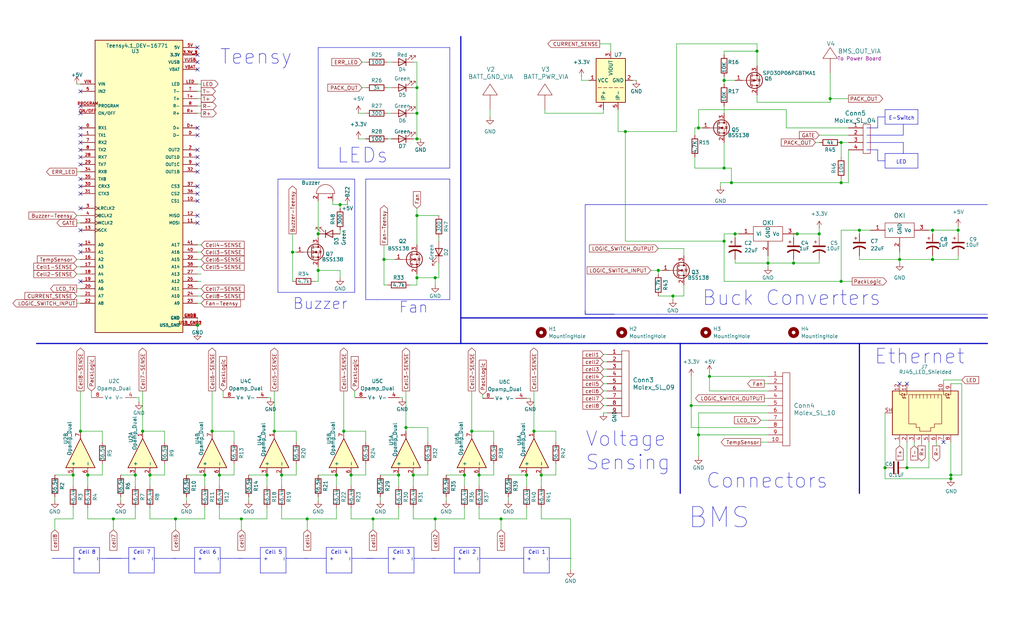
<source format=kicad_sch>
(kicad_sch (version 20230121) (generator eeschema)
  (paper "USLegal")
  (title_block (title "2024 BMS") (date "2023-09-03") (rev "1.0") (company "MRDT - Tyler Nguyen, Cooper Ritzma"))
  (junction (at 118.11 71.12))
  (junction (at 323.85 90.17))
  (junction (at 95.25 149.86))
  (junction (at 138.43 165.1))
  (junction (at 151.13 180.34))
  (junction (at 161.29 165.1))
  (junction (at 266.7 91.44))
  (junction (at 288.29 34.29))
  (junction (at 251.46 58.42))
  (junction (at 144.78 30.48))
  (junction (at 292.1 97.79))
  (junction (at 312.42 90.17))
  (junction (at 46.99 165.1))
  (junction (at 187.96 165.1))
  (junction (at 144.78 74.93))
  (junction (at 240.03 140.97))
  (junction (at 140.97 148.59))
  (junction (at 49.53 149.86))
  (junction (at 242.57 151.13))
  (junction (at 323.85 80.01))
  (junction (at 251.46 27.94))
  (junction (at 27.94 149.86))
  (junction (at 292.1 63.5))
  (junction (at 144.78 48.26))
  (junction (at 254 63.5))
  (junction (at 68.58 113.03))
  (junction (at 182.88 165.1))
  (junction (at 173.99 180.34))
  (junction (at 228.6 93.98))
  (junction (at 110.49 93.98))
  (junction (at 284.48 81.28))
  (junction (at 251.46 83.82))
  (junction (at 121.92 165.1))
  (junction (at 71.12 165.1))
  (junction (at 144.78 96.52))
  (junction (at 332.74 80.01))
  (junction (at 25.4 165.1))
  (junction (at 110.49 81.28))
  (junction (at 52.07 165.1))
  (junction (at 101.6 87.63))
  (junction (at 330.2 166.37))
  (junction (at 151.13 96.52))
  (junction (at 276.86 81.28))
  (junction (at 246.38 130.81))
  (junction (at 242.57 44.45))
  (junction (at 298.45 80.01))
  (junction (at 39.37 180.34))
  (junction (at 83.82 180.34))
  (junction (at 106.68 180.34))
  (junction (at 275.59 91.44))
  (junction (at 116.84 165.1))
  (junction (at 163.83 149.86))
  (junction (at 119.38 149.86))
  (junction (at 73.66 149.86))
  (junction (at 30.48 165.1))
  (junction (at 60.96 180.34))
  (junction (at 233.68 102.87))
  (junction (at 133.35 90.17))
  (junction (at 76.2 165.1))
  (junction (at 262.89 17.78))
  (junction (at 143.51 165.1))
  (junction (at 330.2 165.1))
  (junction (at 92.71 165.1))
  (junction (at 217.17 45.72))
  (junction (at 166.37 165.1))
  (junction (at 314.96 162.56))
  (junction (at 307.34 162.56))
  (junction (at 255.27 81.28))
  (junction (at 97.79 165.1))
  (junction (at 185.42 149.86))
  (junction (at 292.1 49.53))
  (junction (at 129.54 180.34))
  (junction (at 144.78 39.37))
  (no_connect (at 312.42 133.35))
  (no_connect (at 68.58 77.47))
  (no_connect (at 68.58 74.93))
  (no_connect (at 27.94 44.45))
  (no_connect (at 27.94 49.53))
  (no_connect (at 27.94 52.07))
  (no_connect (at 27.94 54.61))
  (no_connect (at 27.94 57.15))
  (no_connect (at 27.94 62.23))
  (no_connect (at 27.94 64.77))
  (no_connect (at 68.58 69.85))
  (no_connect (at 68.58 67.31))
  (no_connect (at 68.58 64.77))
  (no_connect (at 68.58 59.69))
  (no_connect (at 68.58 57.15))
  (no_connect (at 68.58 54.61))
  (no_connect (at 68.58 52.07))
  (no_connect (at 68.58 21.59))
  (no_connect (at 68.58 24.13))
  (no_connect (at 27.94 31.75))
  (no_connect (at 27.94 36.83))
  (no_connect (at 27.94 39.37))
  (no_connect (at 27.94 67.31))
  (no_connect (at 27.94 72.39))
  (no_connect (at 27.94 80.01))
  (no_connect (at 68.58 16.51))
  (no_connect (at 327.66 153.67))
  (no_connect (at 27.94 46.99))
  (no_connect (at 27.94 97.79))
  (no_connect (at 27.94 85.09))
  (no_connect (at 68.58 19.05))
  (no_connect (at 68.58 44.45))
  (no_connect (at 68.58 46.99))
  (no_connect (at 314.96 133.35))
  (no_connect (at 27.94 87.63))
  (polyline (pts (xy 300.99 52.07) (xy 304.8 52.07)))
  (wire (pts (xy 31.75 138.176) (xy 32.004 138.176)))
  (wire (pts (xy 193.04 149.86) (xy 185.42 149.86)))
  (wire (pts (xy 246.38 129.54) (xy 246.38 130.81)))
  (polyline (pts (xy 181.864 190.246) (xy 190.754 190.246)))
  (wire (pts (xy 201.93 26.67) (xy 201.93 27.94)))
  (wire (pts (xy 193.04 161.29) (xy 193.04 165.1)))
  (wire (pts (xy 152.4 91.44) (xy 152.4 96.52)))
  (wire (pts (xy 143.51 30.48) (xy 144.78 30.48)))
  (wire (pts (xy 251.46 17.78) (xy 262.89 17.78)))
  (wire (pts (xy 171.45 165.1) (xy 166.37 165.1)))
  (wire (pts (xy 25.4 165.1) (xy 25.4 168.91)))
  (wire (pts (xy 92.71 165.1) (xy 92.71 168.91)))
  (wire (pts (xy 276.86 81.28) (xy 284.48 81.28)))
  (wire (pts (xy 209.55 38.1) (xy 209.55 39.37)))
  (polyline (pts (xy 123.19 62.23) (xy 123.19 68.58)))
  (wire (pts (xy 292.1 97.79) (xy 251.46 97.79)))
  (wire (pts (xy 118.11 93.98) (xy 110.49 93.98)))
  (wire (pts (xy 57.15 161.29) (xy 57.15 165.1)))
  (wire (pts (xy 109.22 97.79) (xy 110.49 97.79)))
  (wire (pts (xy 140.97 135.89) (xy 140.97 148.59)))
  (wire (pts (xy 176.53 165.1) (xy 182.88 165.1)))
  (wire (pts (xy 133.35 90.17) (xy 133.35 99.06)))
  (wire (pts (xy 127 153.67) (xy 127 149.86)))
  (wire (pts (xy 144.78 74.93) (xy 152.4 74.93)))
  (wire (pts (xy 217.17 45.72) (xy 234.95 45.72)))
  (wire (pts (xy 241.3 58.42) (xy 251.46 58.42)))
  (wire (pts (xy 262.89 33.02) (xy 262.89 35.56)))
  (wire (pts (xy 307.34 143.51) (xy 307.34 162.56)))
  (wire (pts (xy 255.27 81.28) (xy 255.27 82.55)))
  (wire (pts (xy 26.67 59.69) (xy 27.94 59.69)))
  (wire (pts (xy 332.74 80.01) (xy 332.74 81.28)))
  (wire (pts (xy 110.49 165.1) (xy 116.84 165.1)))
  (polyline (pts (xy 110.49 58.42) (xy 156.21 58.42)))
  (wire (pts (xy 317.5 154.94) (xy 317.5 153.67)))
  (polyline (pts (xy 313.69 49.53) (xy 313.69 53.34)))
  (wire (pts (xy 294.64 52.07) (xy 294.64 63.5)))
  (polyline (pts (xy 174.244 194.056) (xy 176.784 194.056)))
  (wire (pts (xy 217.17 83.82) (xy 251.46 83.82)))
  (polyline (pts (xy 304.8 52.07) (xy 304.8 55.88)))
  (wire (pts (xy 237.49 86.36) (xy 237.49 88.9)))
  (wire (pts (xy 322.58 162.56) (xy 314.96 162.56)))
  (polyline (pts (xy 210.82 71.12) (xy 214.63 71.12)))
  (wire (pts (xy 171.45 153.67) (xy 171.45 149.86)))
  (polyline (pts (xy 203.2 107.95) (xy 203.2 109.22)))
  (wire (pts (xy 26.67 90.17) (xy 27.94 90.17)))
  (wire (pts (xy 214.63 45.72) (xy 214.63 38.1)))
  (wire (pts (xy 298.45 88.9) (xy 298.45 90.17)))
  (wire (pts (xy 81.28 149.86) (xy 73.66 149.86)))
  (polyline (pts (xy 39.624 194.056) (xy 44.704 194.056)))
  (wire (pts (xy 209.55 138.43) (xy 210.82 138.43)))
  (wire (pts (xy 255.27 91.44) (xy 255.27 90.17)))
  (polyline (pts (xy 123.19 101.6) (xy 96.52 101.6)))
  (wire (pts (xy 298.45 80.01) (xy 302.26 80.01)))
  (wire (pts (xy 25.4 180.34) (xy 19.05 180.34)))
  (wire (pts (xy 129.54 180.34) (xy 121.92 180.34)))
  (polyline (pts (xy 134.874 199.136) (xy 134.874 190.246)))
  (wire (pts (xy 176.53 173.99) (xy 176.53 172.72)))
  (polyline (pts (xy 67.564 199.136) (xy 67.564 190.246)))
  (wire (pts (xy 110.49 173.99) (xy 110.49 172.72)))
  (wire (pts (xy 69.85 100.33) (xy 68.58 100.33)))
  (wire (pts (xy 26.67 105.41) (xy 27.94 105.41)))
  (wire (pts (xy 334.01 133.35) (xy 330.2 133.35)))
  (wire (pts (xy 81.28 161.29) (xy 81.28 165.1)))
  (wire (pts (xy 101.6 87.63) (xy 101.6 97.79)))
  (polyline (pts (xy 12.7 119.38) (xy 236.22 119.38)) (stroke (width 0.4)))
  (wire (pts (xy 144.78 39.37) (xy 144.78 30.48)))
  (wire (pts (xy 184.15 138.43) (xy 182.88 138.43)))
  (wire (pts (xy 118.11 80.01) (xy 118.11 81.28)))
  (polyline (pts (xy 53.594 199.136) (xy 44.704 199.136)))
  (wire (pts (xy 64.77 173.99) (xy 64.77 172.72)))
  (polyline (pts (xy 62.484 194.056) (xy 67.564 194.056)))
  (wire (pts (xy 209.55 133.35) (xy 210.82 133.35)))
  (wire (pts (xy 275.59 90.17) (xy 275.59 91.44)))
  (wire (pts (xy 102.87 165.1) (xy 97.79 165.1)))
  (wire (pts (xy 151.13 96.52) (xy 144.78 96.52)))
  (wire (pts (xy 26.67 74.93) (xy 27.94 74.93)))
  (wire (pts (xy 251.46 58.42) (xy 254 58.42)))
  (polyline (pts (xy 127 71.12) (xy 127 100.33)))
  (wire (pts (xy 125.73 30.48) (xy 127 30.48)))
  (wire (pts (xy 30.48 180.34) (xy 30.48 176.53)))
  (wire (pts (xy 288.29 25.4) (xy 288.29 34.29)))
  (wire (pts (xy 173.99 180.34) (xy 166.37 180.34)))
  (polyline (pts (xy 147.574 194.056) (xy 151.384 194.056)))
  (wire (pts (xy 292.1 80.01) (xy 298.45 80.01)))
  (wire (pts (xy 124.46 39.37) (xy 127 39.37)))
  (wire (pts (xy 49.53 135.89) (xy 49.53 149.86)))
  (wire (pts (xy 41.91 165.1) (xy 46.99 165.1)))
  (wire (pts (xy 323.85 80.01) (xy 323.85 81.28)))
  (wire (pts (xy 106.68 180.34) (xy 106.68 184.15)))
  (wire (pts (xy 226.06 93.98) (xy 228.6 93.98)))
  (polyline (pts (xy 236.22 119.38) (xy 236.22 171.45)) (stroke (width 0.4)))
  (wire (pts (xy 170.18 38.1) (xy 170.18 40.64)))
  (polyline (pts (xy 122.174 194.056) (xy 125.984 194.056)))
  (wire (pts (xy 151.13 180.34) (xy 151.13 184.15)))
  (polyline (pts (xy 34.544 199.136) (xy 25.654 199.136)))
  (wire (pts (xy 187.96 176.53) (xy 187.96 180.34)))
  (wire (pts (xy 116.84 176.53) (xy 116.84 180.34)))
  (polyline (pts (xy 160.02 110.49) (xy 342.9 110.49)) (stroke (width 0.4)))
  (wire (pts (xy 19.05 165.1) (xy 25.4 165.1)))
  (polyline (pts (xy 80.264 194.056) (xy 84.074 194.056)))
  (wire (pts (xy 35.56 149.86) (xy 27.94 149.86)))
  (wire (pts (xy 163.83 135.89) (xy 163.83 149.86)))
  (wire (pts (xy 134.62 30.48) (xy 135.89 30.48)))
  (wire (pts (xy 93.98 138.43) (xy 93.98 138.176)))
  (wire (pts (xy 81.28 153.67) (xy 81.28 149.86)))
  (wire (pts (xy 182.88 176.53) (xy 182.88 180.34)))
  (polyline (pts (xy 313.69 46.99) (xy 313.69 43.18)))
  (polyline (pts (xy 38.354 194.056) (xy 42.164 194.056)))
  (polyline (pts (xy 298.45 119.38) (xy 298.45 171.45)) (stroke (width 0.4)))
  (wire (pts (xy 284.48 81.28) (xy 284.48 82.55)))
  (polyline (pts (xy 108.204 194.056) (xy 113.284 194.056)))
  (wire (pts (xy 294.64 44.45) (xy 273.05 44.45)))
  (wire (pts (xy 220.98 27.94) (xy 219.71 27.94)))
  (wire (pts (xy 193.04 165.1) (xy 187.96 165.1)))
  (wire (pts (xy 92.71 165.1) (xy 86.36 165.1)))
  (polyline (pts (xy 96.52 67.31) (xy 96.52 101.6)))
  (wire (pts (xy 284.48 90.17) (xy 284.48 91.44)))
  (wire (pts (xy 246.38 135.89) (xy 266.7 135.89)))
  (wire (pts (xy 292.1 49.53) (xy 294.64 49.53)))
  (polyline (pts (xy 203.2 99.06) (xy 203.2 109.22)))
  (polyline (pts (xy 110.49 16.51) (xy 156.21 16.51)))
  (polyline (pts (xy 156.21 62.23) (xy 130.81 62.23)))
  (wire (pts (xy 327.66 133.35) (xy 327.66 132.08)))
  (wire (pts (xy 161.29 165.1) (xy 154.94 165.1)))
  (polyline (pts (xy 203.2 71.12) (xy 210.82 71.12)))
  (wire (pts (xy 182.88 165.1) (xy 182.88 168.91)))
  (wire (pts (xy 31.75 135.89) (xy 31.75 138.176)))
  (wire (pts (xy 76.2 180.34) (xy 76.2 176.53)))
  (polyline (pts (xy 300.99 46.99) (xy 313.69 46.99)))
  (wire (pts (xy 110.49 69.85) (xy 110.49 81.28)))
  (wire (pts (xy 189.23 38.1) (xy 189.23 39.37)))
  (wire (pts (xy 101.6 81.28) (xy 101.6 87.63)))
  (wire (pts (xy 140.97 148.59) (xy 140.97 149.86)))
  (wire (pts (xy 292.1 97.79) (xy 295.91 97.79)))
  (wire (pts (xy 102.87 149.86) (xy 95.25 149.86)))
  (wire (pts (xy 161.29 165.1) (xy 161.29 168.91)))
  (wire (pts (xy 19.05 180.34) (xy 19.05 184.15)))
  (wire (pts (xy 69.85 87.63) (xy 68.58 87.63)))
  (wire (pts (xy 327.66 132.08) (xy 334.01 132.08)))
  (wire (pts (xy 26.67 29.21) (xy 27.94 29.21)))
  (polyline (pts (xy 37.084 194.056) (xy 39.624 194.056)))
  (polyline (pts (xy 307.34 53.34) (xy 318.77 53.34)))
  (polyline (pts (xy 181.864 199.136) (xy 181.864 190.246)))
  (wire (pts (xy 125.73 21.59) (xy 127 21.59)))
  (polyline (pts (xy 166.624 199.136) (xy 157.734 199.136)))
  (wire (pts (xy 292.1 63.5) (xy 294.64 63.5)))
  (wire (pts (xy 77.47 138.176) (xy 77.724 138.176)))
  (wire (pts (xy 262.89 17.78) (xy 262.89 22.86)))
  (wire (pts (xy 60.96 180.34) (xy 60.96 184.15)))
  (wire (pts (xy 330.2 165.1) (xy 334.01 165.1)))
  (wire (pts (xy 71.12 165.1) (xy 71.12 168.91)))
  (wire (pts (xy 325.12 154.94) (xy 325.12 153.67)))
  (polyline (pts (xy 156.21 104.14) (xy 130.81 104.14)))
  (wire (pts (xy 262.89 15.24) (xy 262.89 17.78)))
  (wire (pts (xy 198.12 180.34) (xy 187.96 180.34)))
  (wire (pts (xy 69.85 39.37) (xy 68.58 39.37)))
  (wire (pts (xy 228.6 95.25) (xy 228.6 93.98)))
  (polyline (pts (xy 307.34 43.18) (xy 307.34 38.1)))
  (wire (pts (xy 209.55 123.19) (xy 210.82 123.19)))
  (wire (pts (xy 102.87 161.29) (xy 102.87 165.1)))
  (wire (pts (xy 127 149.86) (xy 119.38 149.86)))
  (wire (pts (xy 251.46 36.83) (xy 251.46 39.37)))
  (wire (pts (xy 240.03 140.97) (xy 266.7 140.97)))
  (wire (pts (xy 242.57 38.1) (xy 242.57 44.45)))
  (polyline (pts (xy 25.654 199.136) (xy 25.654 190.246)))
  (wire (pts (xy 307.34 166.37) (xy 330.2 166.37)))
  (polyline (pts (xy 20.574 194.056) (xy 25.654 194.056)))
  (wire (pts (xy 209.55 128.27) (xy 210.82 128.27)))
  (wire (pts (xy 314.96 153.67) (xy 314.96 162.56)))
  (wire (pts (xy 284.48 81.28) (xy 284.48 79.375)))
  (wire (pts (xy 294.64 34.29) (xy 288.29 34.29)))
  (wire (pts (xy 132.08 165.1) (xy 138.43 165.1)))
  (wire (pts (xy 332.74 90.17) (xy 323.85 90.17)))
  (wire (pts (xy 185.42 135.89) (xy 185.42 149.86)))
  (wire (pts (xy 264.16 146.05) (xy 266.7 146.05)))
  (polyline (pts (xy 156.21 16.51) (xy 156.21 58.42)))
  (polyline (pts (xy 127 100.33) (xy 127 102.87)))
  (wire (pts (xy 26.67 100.33) (xy 27.94 100.33)))
  (wire (pts (xy 39.37 180.34) (xy 39.37 184.15)))
  (wire (pts (xy 57.15 165.1) (xy 52.07 165.1)))
  (polyline (pts (xy 166.624 190.246) (xy 166.624 199.136)))
  (wire (pts (xy 246.38 130.81) (xy 266.7 130.81)))
  (wire (pts (xy 143.51 180.34) (xy 143.51 176.53)))
  (wire (pts (xy 26.67 77.47) (xy 27.94 77.47)))
  (wire (pts (xy 134.62 48.26) (xy 135.89 48.26)))
  (wire (pts (xy 251.46 83.82) (xy 251.46 97.79)))
  (polyline (pts (xy 166.624 194.056) (xy 170.434 194.056)))
  (wire (pts (xy 266.7 148.59) (xy 240.03 148.59)))
  (wire (pts (xy 144.78 95.25) (xy 144.78 96.52)))
  (wire (pts (xy 266.7 91.44) (xy 266.7 92.71)))
  (wire (pts (xy 39.37 180.34) (xy 30.48 180.34)))
  (polyline (pts (xy 160.02 12.7) (xy 160.02 119.38)) (stroke (width 0.4)))
  (polyline (pts (xy 150.114 194.056) (xy 152.654 194.056)))
  (wire (pts (xy 228.6 93.98) (xy 229.87 93.98)))
  (wire (pts (xy 275.59 81.28) (xy 276.86 81.28)))
  (wire (pts (xy 110.49 92.71) (xy 110.49 93.98)))
  (wire (pts (xy 120.65 71.12) (xy 118.11 71.12)))
  (wire (pts (xy 143.51 48.26) (xy 144.78 48.26)))
  (wire (pts (xy 25.4 176.53) (xy 25.4 180.34)))
  (wire (pts (xy 298.45 90.17) (xy 312.42 90.17)))
  (wire (pts (xy 254 63.5) (xy 292.1 63.5)))
  (wire (pts (xy 171.45 149.86) (xy 163.83 149.86)))
  (wire (pts (xy 144.78 74.93) (xy 144.78 85.09)))
  (wire (pts (xy 251.46 27.94) (xy 255.27 27.94)))
  (wire (pts (xy 69.85 105.41) (xy 68.58 105.41)))
  (wire (pts (xy 166.37 165.1) (xy 166.37 168.91)))
  (polyline (pts (xy 113.284 190.246) (xy 122.174 190.246)))
  (wire (pts (xy 118.11 96.52) (xy 118.11 93.98)))
  (polyline (pts (xy 190.754 190.246) (xy 190.754 199.136)))
  (wire (pts (xy 119.38 135.89) (xy 119.38 149.86)))
  (wire (pts (xy 68.58 113.03) (xy 68.58 115.57)))
  (wire (pts (xy 41.91 173.99) (xy 41.91 172.72)))
  (wire (pts (xy 323.85 88.9) (xy 323.85 90.17)))
  (wire (pts (xy 148.59 161.29) (xy 148.59 165.1)))
  (wire (pts (xy 134.62 21.59) (xy 135.89 21.59)))
  (wire (pts (xy 209.55 143.51) (xy 210.82 143.51)))
  (wire (pts (xy 83.82 180.34) (xy 76.2 180.34)))
  (wire (pts (xy 148.59 148.59) (xy 140.97 148.59)))
  (polyline (pts (xy 99.314 194.056) (xy 103.124 194.056)))
  (polyline (pts (xy 85.344 194.056) (xy 90.424 194.056)))
  (polyline (pts (xy 307.34 58.42) (xy 307.34 53.34)))
  (wire (pts (xy 143.51 21.59) (xy 144.78 21.59)))
  (wire (pts (xy 246.38 130.81) (xy 246.38 135.89)))
  (polyline (pts (xy 318.77 58.42) (xy 307.34 58.42)))
  (wire (pts (xy 92.71 176.53) (xy 92.71 180.34)))
  (polyline (pts (xy 156.21 71.12) (xy 156.21 104.14)))
  (polyline (pts (xy 318.77 38.1) (xy 318.77 43.18)))
  (wire (pts (xy 323.85 90.17) (xy 312.42 90.17)))
  (wire (pts (xy 152.4 96.52) (xy 151.13 96.52)))
  (polyline (pts (xy 127.254 194.056) (xy 129.794 194.056)))
  (wire (pts (xy 288.29 34.29) (xy 288.29 35.56)))
  (wire (pts (xy 144.78 48.26) (xy 146.05 48.26)))
  (wire (pts (xy 266.7 91.44) (xy 255.27 91.44)))
  (polyline (pts (xy 307.34 38.1) (xy 318.77 38.1)))
  (wire (pts (xy 241.3 44.45) (xy 242.57 44.45)))
  (wire (pts (xy 121.92 180.34) (xy 121.92 176.53)))
  (wire (pts (xy 123.19 135.89) (xy 123.19 138.176)))
  (polyline (pts (xy 190.754 199.136) (xy 181.864 199.136)))
  (polyline (pts (xy 25.654 190.246) (xy 34.544 190.246)))
  (wire (pts (xy 46.99 180.34) (xy 39.37 180.34)))
  (polyline (pts (xy 170.434 194.056) (xy 174.244 194.056)))
  (wire (pts (xy 212.09 15.24) (xy 208.28 15.24)))
  (wire (pts (xy 127 161.29) (xy 127 165.1)))
  (wire (pts (xy 240.03 130.81) (xy 240.03 140.97)))
  (polyline (pts (xy 228.6 109.22) (xy 342.9 109.22)))
  (polyline (pts (xy 110.49 58.42) (xy 110.49 16.51)))
  (wire (pts (xy 228.6 86.36) (xy 237.49 86.36)))
  (wire (pts (xy 332.74 80.01) (xy 332.74 78.74)))
  (polyline (pts (xy 203.2 109.22) (xy 213.36 109.22)))
  (polyline (pts (xy 127 64.77) (xy 127 71.12)))
  (wire (pts (xy 102.87 87.63) (xy 101.6 87.63)))
  (wire (pts (xy 110.49 93.98) (xy 110.49 97.79)))
  (wire (pts (xy 288.29 35.56) (xy 262.89 35.56)))
  (wire (pts (xy 69.85 36.83) (xy 68.58 36.83)))
  (wire (pts (xy 27.94 135.89) (xy 27.94 149.86)))
  (wire (pts (xy 265.43 138.43) (xy 266.7 138.43)))
  (wire (pts (xy 242.57 151.13) (xy 266.7 151.13)))
  (polyline (pts (xy 300.99 49.53) (xy 313.69 49.53)))
  (wire (pts (xy 144.78 96.52) (xy 144.78 99.06)))
  (wire (pts (xy 73.66 135.89) (xy 73.66 149.86)))
  (wire (pts (xy 182.88 180.34) (xy 173.99 180.34)))
  (wire (pts (xy 242.57 44.45) (xy 243.84 44.45)))
  (wire (pts (xy 57.15 153.67) (xy 57.15 149.86)))
  (polyline (pts (xy 304.8 55.88) (xy 307.34 55.88)))
  (wire (pts (xy 332.74 88.9) (xy 332.74 90.17)))
  (polyline (pts (xy 121.92 62.23) (xy 123.19 62.23)))
  (wire (pts (xy 251.46 19.05) (xy 251.46 17.78)))
  (wire (pts (xy 132.08 173.99) (xy 132.08 172.72)))
  (wire (pts (xy 148.59 165.1) (xy 143.51 165.1)))
  (wire (pts (xy 228.6 102.87) (xy 233.68 102.87)))
  (wire (pts (xy 69.85 29.21) (xy 68.58 29.21)))
  (wire (pts (xy 330.2 153.67) (xy 330.2 165.1)))
  (wire (pts (xy 106.68 180.34) (xy 97.79 180.34)))
  (polyline (pts (xy 67.564 190.246) (xy 76.454 190.246)))
  (wire (pts (xy 217.17 45.72) (xy 214.63 45.72)))
  (polyline (pts (xy 318.77 53.34) (xy 318.77 58.42)))
  (wire (pts (xy 193.04 153.67) (xy 193.04 149.86)))
  (polyline (pts (xy 113.284 199.136) (xy 113.284 190.246)))
  (wire (pts (xy 118.11 71.12) (xy 118.11 72.39)))
  (polyline (pts (xy 44.704 190.246) (xy 53.594 190.246)))
  (wire (pts (xy 69.85 92.71) (xy 68.58 92.71)))
  (polyline (pts (xy 121.92 62.23) (xy 96.52 62.23)))
  (wire (pts (xy 334.01 133.35) (xy 334.01 165.1)))
  (polyline (pts (xy 44.704 199.136) (xy 44.704 190.246)))
  (wire (pts (xy 115.57 69.85) (xy 115.57 71.12)))
  (wire (pts (xy 129.54 180.34) (xy 129.54 184.15)))
  (polyline (pts (xy 318.77 43.18) (xy 307.34 43.18)))
  (polyline (pts (xy 34.544 190.246) (xy 34.544 199.136)))
  (wire (pts (xy 209.55 140.97) (xy 210.82 140.97)))
  (wire (pts (xy 48.26 138.176) (xy 47.244 138.176)))
  (wire (pts (xy 251.46 27.94) (xy 251.46 29.21)))
  (polyline (pts (xy 143.764 194.056) (xy 147.574 194.056)))
  (wire (pts (xy 26.67 102.87) (xy 27.94 102.87)))
  (polyline (pts (xy 127 102.87) (xy 127 104.14)))
  (wire (pts (xy 143.51 39.37) (xy 144.78 39.37)))
  (polyline (pts (xy 18.034 194.056) (xy 20.574 194.056)))
  (wire (pts (xy 212.09 17.78) (xy 212.09 15.24)))
  (wire (pts (xy 46.99 165.1) (xy 46.99 168.91)))
  (polyline (pts (xy 127 62.23) (xy 127 64.77)))
  (wire (pts (xy 265.43 133.35) (xy 266.7 133.35)))
  (wire (pts (xy 35.56 161.29) (xy 35.56 165.1)))
  (polyline (pts (xy 103.124 194.056) (xy 106.934 194.056)))
  (wire (pts (xy 76.2 165.1) (xy 76.2 168.91)))
  (wire (pts (xy 217.17 45.72) (xy 217.17 83.82)))
  (polyline (pts (xy 152.654 194.056) (xy 157.734 194.056)))
  (wire (pts (xy 69.85 85.09) (xy 68.58 85.09)))
  (wire (pts (xy 138.43 165.1) (xy 138.43 168.91)))
  (polyline (pts (xy 123.19 68.58) (xy 123.19 101.6)))
  (polyline (pts (xy 122.174 199.136) (xy 113.284 199.136)))
  (wire (pts (xy 30.48 165.1) (xy 30.48 168.91)))
  (polyline (pts (xy 90.424 199.136) (xy 90.424 190.246)))
  (wire (pts (xy 69.85 34.29) (xy 68.58 34.29)))
  (wire (pts (xy 30.48 165.1) (xy 35.56 165.1)))
  (wire (pts (xy 60.96 180.34) (xy 52.07 180.34)))
  (polyline (pts (xy 304.8 40.64) (xy 307.34 40.64)))
  (wire (pts (xy 133.35 99.06) (xy 134.62 99.06)))
  (wire (pts (xy 69.85 90.17) (xy 68.58 90.17)))
  (wire (pts (xy 330.2 166.37) (xy 330.2 165.1)))
  (wire (pts (xy 71.12 176.53) (xy 71.12 180.34)))
  (wire (pts (xy 69.85 31.75) (xy 68.58 31.75)))
  (wire (pts (xy 68.58 110.49) (xy 68.58 113.03)))
  (wire (pts (xy 121.92 165.1) (xy 121.92 168.91)))
  (wire (pts (xy 26.67 95.25) (xy 27.94 95.25)))
  (polyline (pts (xy 203.2 109.22) (xy 228.6 109.22)))
  (wire (pts (xy 307.34 162.56) (xy 307.34 166.37)))
  (wire (pts (xy 19.05 173.99) (xy 19.05 172.72)))
  (wire (pts (xy 48.26 139.7) (xy 48.26 138.176)))
  (polyline (pts (xy 304.8 44.45) (xy 304.8 40.64)))
  (polyline (pts (xy 130.81 62.23) (xy 127 62.23)))
  (wire (pts (xy 209.55 125.73) (xy 210.82 125.73)))
  (wire (pts (xy 312.42 87.63) (xy 312.42 90.17)))
  (wire (pts (xy 152.4 83.82) (xy 152.4 82.55)))
  (wire (pts (xy 69.85 102.87) (xy 68.58 102.87)))
  (wire (pts (xy 241.3 44.45) (xy 241.3 46.99)))
  (wire (pts (xy 292.1 49.53) (xy 292.1 54.61)))
  (wire (pts (xy 144.78 72.39) (xy 144.78 74.93)))
  (wire (pts (xy 266.7 143.51) (xy 242.57 143.51)))
  (wire (pts (xy 144.78 99.06) (xy 142.24 99.06)))
  (polyline (pts (xy 190.754 194.056) (xy 194.564 194.056)))
  (wire (pts (xy 233.68 104.14) (xy 233.68 102.87)))
  (wire (pts (xy 273.05 44.45) (xy 273.05 38.1)))
  (wire (pts (xy 275.59 91.44) (xy 284.48 91.44)))
  (wire (pts (xy 148.59 153.67) (xy 148.59 148.59)))
  (wire (pts (xy 284.48 46.99) (xy 294.64 46.99)))
  (wire (pts (xy 134.62 39.37) (xy 135.89 39.37)))
  (polyline (pts (xy 129.794 194.056) (xy 134.874 194.056)))
  (wire (pts (xy 241.3 54.61) (xy 241.3 58.42)))
  (wire (pts (xy 250.19 63.5) (xy 250.19 64.77)))
  (wire (pts (xy 127 165.1) (xy 121.92 165.1)))
  (wire (pts (xy 275.59 81.28) (xy 275.59 82.55)))
  (wire (pts (xy 201.93 27.94) (xy 204.47 27.94)))
  (polyline (pts (xy 76.454 199.136) (xy 67.564 199.136)))
  (polyline (pts (xy 53.594 194.056) (xy 57.404 194.056)))
  (polyline (pts (xy 143.764 199.136) (xy 134.874 199.136)))
  (wire (pts (xy 116.84 180.34) (xy 106.68 180.34)))
  (wire (pts (xy 242.57 38.1) (xy 273.05 38.1)))
  (wire (pts (xy 138.43 180.34) (xy 129.54 180.34)))
  (polyline (pts (xy 203.2 71.12) (xy 203.2 99.06)))
  (wire (pts (xy 312.42 90.17) (xy 312.42 91.44)))
  (wire (pts (xy 83.82 180.34) (xy 83.82 184.15)))
  (polyline (pts (xy 99.314 190.246) (xy 99.314 199.136)))
  (wire (pts (xy 93.98 138.176) (xy 92.964 138.176)))
  (wire (pts (xy 133.35 85.09) (xy 133.35 90.17)))
  (polyline (pts (xy 105.664 194.056) (xy 108.204 194.056)))
  (wire (pts (xy 144.78 48.26) (xy 144.78 39.37)))
  (wire (pts (xy 26.67 92.71) (xy 27.94 92.71)))
  (polyline (pts (xy 99.314 199.136) (xy 90.424 199.136)))
  (wire (pts (xy 166.37 180.34) (xy 166.37 176.53)))
  (wire (pts (xy 322.58 153.67) (xy 322.58 162.56)))
  (polyline (pts (xy 122.174 190.246) (xy 122.174 199.136)))
  (wire (pts (xy 151.13 99.06) (xy 151.13 96.52)))
  (polyline (pts (xy 143.764 190.246) (xy 143.764 199.136)))
  (wire (pts (xy 143.51 165.1) (xy 143.51 168.91)))
  (wire (pts (xy 266.7 88.9) (xy 266.7 91.44)))
  (wire (pts (xy 322.58 80.01) (xy 323.85 80.01)))
  (wire (pts (xy 242.57 143.51) (xy 242.57 151.13)))
  (wire (pts (xy 234.95 15.24) (xy 234.95 45.72)))
  (wire (pts (xy 110.49 81.28) (xy 110.49 82.55)))
  (polyline (pts (xy 90.424 190.246) (xy 99.314 190.246)))
  (wire (pts (xy 292.1 62.23) (xy 292.1 63.5)))
  (polyline (pts (xy 59.944 194.056) (xy 62.484 194.056)))
  (polyline (pts (xy 96.52 62.23) (xy 96.52 67.31)))
  (polyline (pts (xy 157.734 190.246) (xy 166.624 190.246)))
  (wire (pts (xy 209.55 135.89) (xy 210.82 135.89)))
  (wire (pts (xy 97.79 165.1) (xy 97.79 168.91)))
  (wire (pts (xy 323.85 80.01) (xy 332.74 80.01)))
  (wire (pts (xy 173.99 180.34) (xy 173.99 184.15)))
  (wire (pts (xy 242.57 151.13) (xy 242.57 158.75)))
  (polyline (pts (xy 82.804 194.056) (xy 85.344 194.056)))
  (wire (pts (xy 81.28 165.1) (xy 76.2 165.1)))
  (wire (pts (xy 262.89 15.24) (xy 234.95 15.24)))
  (polyline (pts (xy 342.9 71.12) (xy 214.63 71.12)))
  (wire (pts (xy 102.87 153.67) (xy 102.87 149.86)))
  (polyline (pts (xy 125.984 194.056) (xy 129.794 194.056)))
  (wire (pts (xy 237.49 99.06) (xy 237.49 102.87)))
  (wire (pts (xy 86.36 173.99) (xy 86.36 172.72)))
  (wire (pts (xy 46.99 176.53) (xy 46.99 180.34)))
  (wire (pts (xy 209.55 39.37) (xy 189.23 39.37)))
  (wire (pts (xy 255.27 81.28) (xy 256.54 81.28)))
  (wire (pts (xy 161.29 176.53) (xy 161.29 180.34)))
  (wire (pts (xy 52.07 180.34) (xy 52.07 176.53)))
  (wire (pts (xy 154.94 173.99) (xy 154.94 172.72)))
  (wire (pts (xy 139.7 138.176) (xy 138.684 138.176)))
  (polyline (pts (xy 34.544 194.056) (xy 38.354 194.056)))
  (wire (pts (xy 92.71 180.34) (xy 83.82 180.34)))
  (wire (pts (xy 250.19 63.5) (xy 254 63.5)))
  (polyline (pts (xy 300.99 44.45) (xy 304.8 44.45)))
  (wire (pts (xy 52.07 165.1) (xy 52.07 168.91)))
  (wire (pts (xy 35.56 153.67) (xy 35.56 149.86)))
  (wire (pts (xy 77.47 135.89) (xy 77.47 138.176)))
  (wire (pts (xy 292.1 97.79) (xy 292.1 80.01)))
  (wire (pts (xy 69.85 95.25) (xy 68.58 95.25)))
  (wire (pts (xy 137.16 90.17) (xy 133.35 90.17)))
  (wire (pts (xy 251.46 81.28) (xy 255.27 81.28)))
  (polyline (pts (xy 53.594 190.246) (xy 53.594 199.136)))
  (polyline (pts (xy 130.81 104.14) (xy 127 104.14)))
  (wire (pts (xy 264.16 153.67) (xy 266.7 153.67)))
  (wire (pts (xy 171.45 161.29) (xy 171.45 165.1)))
  (polyline (pts (xy 76.454 194.056) (xy 80.264 194.056)))
  (wire (pts (xy 251.46 81.28) (xy 251.46 83.82)))
  (wire (pts (xy 209.55 130.81) (xy 210.82 130.81)))
  (wire (pts (xy 116.84 165.1) (xy 116.84 168.91)))
  (wire (pts (xy 144.78 30.48) (xy 144.78 21.59)))
  (wire (pts (xy 298.45 80.01) (xy 298.45 81.28)))
  (wire (pts (xy 161.29 180.34) (xy 151.13 180.34)))
  (wire (pts (xy 251.46 49.53) (xy 251.46 58.42)))
  (wire (pts (xy 57.15 149.86) (xy 49.53 149.86)))
  (wire (pts (xy 71.12 180.34) (xy 60.96 180.34)))
  (wire (pts (xy 124.46 48.26) (xy 127 48.26)))
  (polyline (pts (xy 76.454 190.246) (xy 76.454 199.136)))
  (wire (pts (xy 251.46 26.67) (xy 251.46 27.94)))
  (wire (pts (xy 95.25 135.89) (xy 95.25 149.86)))
  (wire (pts (xy 123.19 138.176) (xy 123.444 138.176)))
  (wire (pts (xy 138.43 176.53) (xy 138.43 180.34)))
  (wire (pts (xy 275.59 91.44) (xy 266.7 91.44)))
  (wire (pts (xy 198.12 198.12) (xy 198.12 180.34)))
  (wire (pts (xy 320.04 154.94) (xy 320.04 153.67)))
  (polyline (pts (xy 236.22 119.38) (xy 342.9 119.38)) (stroke (width 0.4)))
  (wire (pts (xy 240.03 148.59) (xy 240.03 140.97)))
  (wire (pts (xy 69.85 97.79) (xy 68.58 97.79)))
  (polyline (pts (xy 156.21 62.23) (xy 156.21 71.12)))
  (polyline (pts (xy 176.784 194.056) (xy 181.864 194.056)))
  (polyline (pts (xy 194.564 194.056) (xy 198.374 194.056)))
  (polyline (pts (xy 157.734 199.136) (xy 157.734 190.246)))
  (wire (pts (xy 118.11 71.12) (xy 115.57 71.12)))
  (wire (pts (xy 312.42 154.94) (xy 312.42 153.67)))
  (polyline (pts (xy 57.404 194.056) (xy 61.214 194.056)))
  (wire (pts (xy 237.49 102.87) (xy 233.68 102.87)))
  (wire (pts (xy 167.64 137.16) (xy 167.64 138.43)))
  (wire (pts (xy 97.79 180.34) (xy 97.79 176.53)))
  (wire (pts (xy 139.7 138.43) (xy 139.7 138.176)))
  (wire (pts (xy 254 58.42) (xy 254 63.5)))
  (wire (pts (xy 64.77 165.1) (xy 71.12 165.1)))
  (wire (pts (xy 151.13 180.34) (xy 143.51 180.34)))
  (wire (pts (xy 187.96 165.1) (xy 187.96 168.91)))
  (wire (pts (xy 283.21 49.53) (xy 284.48 49.53)))
  (polyline (pts (xy 134.874 190.246) (xy 143.764 190.246)))
  (text "-" (at 122.174 195.326 90) (effects (font (size 1.27 1.27)) (justify left bottom)))
  (text "+" (at 160.274 195.326 90) (effects (font (size 1.27 1.27)) (justify left bottom)))
  (text "LEDs" (at 116.84 57.15 0) (effects (font (size 5.08 5.08)) (justify left bottom)))
  (text "Buck Converters" (at 306.07 106.68 0) (effects (font (size 5.08 5.08)) (justify right bottom)))
  (text "+" (at 70.104 195.326 90) (effects (font (size 1.27 1.27)) (justify left bottom)))
  (text "-" (at 76.454 195.326 90) (effects (font (size 1.27 1.27)) (justify left bottom)))
  (text "+" (at 184.404 195.326 90) (effects (font (size 1.27 1.27)) (justify left bottom)))
  (text "+" (at 137.414 195.326 90) (effects (font (size 1.27 1.27)) (justify left bottom)))
  (text "+" (at 28.194 195.326 90) (effects (font (size 1.27 1.27)) (justify left bottom)))
  (text "+" (at 47.244 195.326 90) (effects (font (size 1.27 1.27)) (justify left bottom)))
  (text "-" (at 34.544 195.326 90) (effects (font (size 1.27 1.27)) (justify left bottom)))
  (text "Cell 1" (at 189.484 192.786 0) (effects (font (size 1.27 1.27)) (justify right bottom)))
  (text "BMS" (at 238.76 184.15 0) (effects (font (size 7 7)) (justify left bottom)))
  (text "-" (at 53.594 195.326 90) (effects (font (size 1.27 1.27)) (justify left bottom)))
  (text "Cell 2" (at 165.354 192.786 0) (effects (font (size 1.27 1.27)) (justify right bottom)))
  (text "Cell 7" (at 52.324 192.786 0) (effects (font (size 1.27 1.27)) (justify right bottom)))
  (text "Cell 8\n" (at 33.274 192.786 0) (effects (font (size 1.27 1.27)) (justify right bottom)))
  (text "Buzzer " (at 101.6 107.95 0) (effects (font (size 3.81 3.81)) (justify left bottom)))
  (text "Cell 3" (at 142.494 192.786 0) (effects (font (size 1.27 1.27)) (justify right bottom)))
  (text "Cell 5" (at 98.044 192.786 0) (effects (font (size 1.27 1.27)) (justify right bottom)))
  (text "+" (at 92.964 195.326 90) (effects (font (size 1.27 1.27)) (justify left bottom)))
  (text "-" (at 99.314 195.326 90) (effects (font (size 1.27 1.27)) (justify left bottom)))
  (text "+" (at 115.824 195.326 90) (effects (font (size 1.27 1.27)) (justify left bottom)))
  (text "LED" (at 311.15 57.15 0) (effects (font (size 1.27 1.27)) (justify left bottom)))
  (text "-" (at 190.754 195.326 90) (effects (font (size 1.27 1.27)) (justify left bottom)))
  (text "Fan" (at 138.43 109.22 0) (effects (font (size 3.81 3.81)) (justify left bottom)))
  (text "Cell 6" (at 75.184 192.786 0) (effects (font (size 1.27 1.27)) (justify right bottom)))
  (text "-" (at 143.764 195.326 90) (effects (font (size 1.27 1.27)) (justify left bottom)))
  (text "-" (at 166.624 195.326 90) (effects (font (size 1.27 1.27)) (justify left bottom)))
  (text "Ethernet" (at 303.53 127 0) (effects (font (size 5.08 5.08)) (justify left bottom)))
  (text "E-Switch" (at 308.61 41.91 0) (effects (font (size 1.27 1.27)) (justify left bottom)))
  (text "Voltage \nSensing" (at 203.2 163.83 0) (effects (font (size 5.08 5.08)) (justify left bottom)))
  (text "Teensy\n" (at 76.2 22.86 0) (effects (font (size 5.08 5.08)) (justify left bottom)))
  (text "Connectors" (at 245.11 170.18 0) (effects (font (size 5.08 5.08)) (justify left bottom)))
  (text "Cell 4" (at 120.904 192.786 0) (effects (font (size 1.27 1.27)) (justify right bottom)))
  (global_label "Cell4-SENSE" (shape input) (at 69.85 85.09 0) (property "Intersheetrefs" "${INTERSHEET_REFS}" (effects hide)))
  (global_label "PackLogic" (shape input) (at 123.19 135.89 90) (property "Intersheetrefs" "${INTERSHEET_REFS}" (effects hide)))
  (global_label "R-" (shape output) (at 69.85 36.83 0) (property "Intersheetrefs" "${INTERSHEET_REFS}" (effects hide)))
  (global_label "Cell7-SENSE" (shape output) (at 49.53 135.89 90) (property "Intersheetrefs" "${INTERSHEET_REFS}" (effects hide)))
  (global_label "cell1" (shape input) (at 209.55 123.19 180) (property "Intersheetrefs" "${INTERSHEET_REFS}" (effects hide)))
  (global_label "PACK_OUT" (shape input) (at 125.73 30.48 180) (property "Intersheetrefs" "${INTERSHEET_REFS}" (effects hide)))
  (global_label "T+" (shape output) (at 69.85 34.29 0) (property "Intersheetrefs" "${INTERSHEET_REFS}" (effects hide)))
  (global_label "CURRENT_SENSE" (shape output) (at 208.28 15.24 180) (property "Intersheetrefs" "${INTERSHEET_REFS}" (effects hide)))
  (global_label "Fan" (shape input) (at 144.78 72.39 90) (property "Intersheetrefs" "${INTERSHEET_REFS}" (effects hide)))
  (global_label "cell2" (shape input) (at 151.13 184.15 270) (property "Intersheetrefs" "${INTERSHEET_REFS}" (effects hide)))
  (global_label "Cell3-SENSE" (shape input) (at 69.85 87.63 0) (property "Intersheetrefs" "${INTERSHEET_REFS}" (effects hide)))
  (global_label "Cell3-SENSE" (shape output) (at 140.97 135.89 90) (property "Intersheetrefs" "${INTERSHEET_REFS}" (effects hide)))
  (global_label "Buzzer-Teensy" (shape output) (at 101.6 81.28 90) (property "Intersheetrefs" "${INTERSHEET_REFS}" (effects hide)))
  (global_label "Cell4-SENSE" (shape output) (at 119.38 135.89 90) (property "Intersheetrefs" "${INTERSHEET_REFS}" (effects hide)))
  (global_label "cell5" (shape input) (at 209.55 133.35 180) (property "Intersheetrefs" "${INTERSHEET_REFS}" (effects hide)))
  (global_label "R-" (shape output) (at 325.12 154.94 270) (property "Intersheetrefs" "${INTERSHEET_REFS}" (effects hide)))
  (global_label "Cell5-SENSE" (shape output) (at 95.25 135.89 90) (property "Intersheetrefs" "${INTERSHEET_REFS}" (effects hide)))
  (global_label "CURRENT_SENSE" (shape input) (at 26.67 102.87 180) (property "Intersheetrefs" "${INTERSHEET_REFS}" (effects hide)))
  (global_label "T-" (shape input) (at 317.5 154.94 270) (property "Intersheetrefs" "${INTERSHEET_REFS}" (effects hide)))
  (global_label "GATE" (shape output) (at 26.67 77.47 180) (property "Intersheetrefs" "${INTERSHEET_REFS}" (effects hide)))
  (global_label "cell6" (shape input) (at 209.55 135.89 180) (property "Intersheetrefs" "${INTERSHEET_REFS}" (effects hide)))
  (global_label "GATE" (shape input) (at 284.48 46.99 180) (property "Intersheetrefs" "${INTERSHEET_REFS}" (effects hide)))
  (global_label "cell3" (shape input) (at 129.54 184.15 270) (property "Intersheetrefs" "${INTERSHEET_REFS}" (effects hide)))
  (global_label "T+" (shape input) (at 312.42 154.94 270) (property "Intersheetrefs" "${INTERSHEET_REFS}" (effects hide)))
  (global_label "LOGIC_SWITCH_OUTPUT" (shape output) (at 265.43 138.43 180) (property "Intersheetrefs" "${INTERSHEET_REFS}" (effects hide)))
  (global_label "PackLogic" (shape input) (at 77.47 135.89 90) (property "Intersheetrefs" "${INTERSHEET_REFS}" (effects hide)))
  (global_label "Cell6-SENSE" (shape input) (at 69.85 90.17 0) (property "Intersheetrefs" "${INTERSHEET_REFS}" (effects hide)))
  (global_label "Fan-Teensy" (shape input) (at 69.85 105.41 0) (property "Intersheetrefs" "${INTERSHEET_REFS}" (effects hide)))
  (global_label "Cell1-SENSE" (shape input) (at 26.67 92.71 180) (property "Intersheetrefs" "${INTERSHEET_REFS}" (effects hide)))
  (global_label "LED" (shape input) (at 334.01 132.08 0) (property "Intersheetrefs" "${INTERSHEET_REFS}" (effects hide)))
  (global_label "LCD_TX" (shape output) (at 26.67 100.33 180) (property "Intersheetrefs" "${INTERSHEET_REFS}" (effects hide)))
  (global_label "PackLogic" (shape output) (at 295.91 97.79 0) (property "Intersheetrefs" "${INTERSHEET_REFS}" (effects hide)))
  (global_label "T-" (shape output) (at 69.85 31.75 0) (property "Intersheetrefs" "${INTERSHEET_REFS}" (effects hide)))
  (global_label "cell7" (shape input) (at 39.37 184.15 270) (property "Intersheetrefs" "${INTERSHEET_REFS}" (effects hide)))
  (global_label "Fan-Teensy" (shape output) (at 133.35 85.09 90) (property "Intersheetrefs" "${INTERSHEET_REFS}" (effects hide)))
  (global_label "Cell7-SENSE" (shape input) (at 69.85 100.33 0) (property "Intersheetrefs" "${INTERSHEET_REFS}" (effects hide)))
  (global_label "TempSensor" (shape input) (at 26.67 90.17 180) (property "Intersheetrefs" "${INTERSHEET_REFS}" (effects hide)))
  (global_label "Fan" (shape output) (at 265.43 133.35 180) (property "Intersheetrefs" "${INTERSHEET_REFS}" (effects hide)))
  (global_label "Cell1-SENSE" (shape output) (at 185.42 135.89 90) (property "Intersheetrefs" "${INTERSHEET_REFS}" (effects hide)))
  (global_label "cell4" (shape input) (at 106.68 184.15 270) (property "Intersheetrefs" "${INTERSHEET_REFS}" (effects hide)))
  (global_label "LOGIC_SWITCH_OUTPUT" (shape input) (at 228.6 86.36 180) (property "Intersheetrefs" "${INTERSHEET_REFS}" (effects hide)))
  (global_label "PackLogic" (shape input) (at 31.75 135.89 90) (property "Intersheetrefs" "${INTERSHEET_REFS}" (effects hide)))
  (global_label "cell8" (shape input) (at 209.55 140.97 180) (property "Intersheetrefs" "${INTERSHEET_REFS}" (effects hide)))
  (global_label "Buzzer-Teensy" (shape input) (at 26.67 74.93 180) (property "Intersheetrefs" "${INTERSHEET_REFS}" (effects hide)))
  (global_label "LCD_TX" (shape input) (at 264.16 146.05 180) (property "Intersheetrefs" "${INTERSHEET_REFS}" (effects hide)))
  (global_label "cell7" (shape input) (at 209.55 138.43 180) (property "Intersheetrefs" "${INTERSHEET_REFS}" (effects hide)))
  (global_label "R+" (shape output) (at 320.04 154.94 270) (property "Intersheetrefs" "${INTERSHEET_REFS}" (effects hide)))
  (global_label "cell4" (shape input) (at 209.55 130.81 180) (property "Intersheetrefs" "${INTERSHEET_REFS}" (effects hide)))
  (global_label "LED" (shape output) (at 69.85 29.21 0) (property "Intersheetrefs" "${INTERSHEET_REFS}" (effects hide)))
  (global_label "LOGIC_SWITCH_INPUT" (shape input) (at 226.06 93.98 180) (property "Intersheetrefs" "${INTERSHEET_REFS}" (effects hide)))
  (global_label "cell5" (shape input) (at 83.82 184.15 270) (property "Intersheetrefs" "${INTERSHEET_REFS}" (effects hide)))
  (global_label "R+" (shape output) (at 69.85 39.37 0) (property "Intersheetrefs" "${INTERSHEET_REFS}" (effects hide)))
  (global_label "Cell8-SENSE" (shape output) (at 27.94 135.89 90) (property "Intersheetrefs" "${INTERSHEET_REFS}" (effects hide)))
  (global_label "cell2" (shape input) (at 209.55 125.73 180) (property "Intersheetrefs" "${INTERSHEET_REFS}" (effects hide)))
  (global_label "ERR_LED" (shape output) (at 26.67 59.69 180) (property "Intersheetrefs" "${INTERSHEET_REFS}" (effects hide)))
  (global_label "PACK_OUT" (shape input) (at 283.21 49.53 180) (property "Intersheetrefs" "${INTERSHEET_REFS}" (effects hide)))
  (global_label "Cell2-SENSE" (shape input) (at 26.67 95.25 180) (property "Intersheetrefs" "${INTERSHEET_REFS}" (effects hide)))
  (global_label "cell1" (shape input) (at 173.99 184.15 270) (property "Intersheetrefs" "${INTERSHEET_REFS}" (effects hide)))
  (global_label "TempSensor" (shape output) (at 264.16 153.67 180) (property "Intersheetrefs" "${INTERSHEET_REFS}" (effects hide)))
  (global_label "PackLogic" (shape input) (at 167.64 137.16 90) (property "Intersheetrefs" "${INTERSHEET_REFS}" (effects hide)))
  (global_label "ERR_LED" (shape input) (at 125.73 21.59 180) (property "Intersheetrefs" "${INTERSHEET_REFS}" (effects hide)))
  (global_label "cell3" (shape input) (at 209.55 128.27 180) (property "Intersheetrefs" "${INTERSHEET_REFS}" (effects hide)))
  (global_label "PACK_OUT" (shape output) (at 294.64 34.29 0) (property "Intersheetrefs" "${INTERSHEET_REFS}" (effects hide)))
  (global_label "Cell8-SENSE" (shape input) (at 69.85 102.87 0) (property "Intersheetrefs" "${INTERSHEET_REFS}" (effects hide)))
  (global_label "Cell2-SENSE" (shape output) (at 163.83 135.89 90) (property "Intersheetrefs" "${INTERSHEET_REFS}" (effects hide)))
  (global_label "LOGIC_SWITCH_INPUT" (shape output) (at 26.67 105.41 180) (property "Intersheetrefs" "${INTERSHEET_REFS}" (effects hide)))
  (global_label "Cell6-SENSE" (shape output) (at 73.66 135.89 90) (property "Intersheetrefs" "${INTERSHEET_REFS}" (effects hide)))
  (global_label "cell8" (shape input) (at 19.05 184.15 270) (property "Intersheetrefs" "${INTERSHEET_REFS}" (effects hide)))
  (global_label "Cell5-SENSE" (shape input) (at 69.85 92.71 0) (property "Intersheetrefs" "${INTERSHEET_REFS}" (effects hide)))
  (global_label "cell6" (shape input) (at 60.96 184.15 270) (property "Intersheetrefs" "${INTERSHEET_REFS}" (effects hide)))
  (symbol (lib_id "power:GND") (at 330.2 166.37 0) (unit 1)
    (property "Reference" "#PWR0101" (effects hide))
    (property "Value" "GND" (at 330.327 170.7642 0))
  )
  (symbol (lib_id "power:+5V") (at 120.65 71.12 0) (unit 1)
    (property "Reference" "#PWR019" (effects hide))
    (property "Value" "+5V" (at 120.65 72.39 0))
  )
  (symbol (lib_id "Mechanical:MountingHole") (at 275.59 115.57 90) (unit 1)
    (property "Reference" "H4" (at 278.13 114.3 90) (effects (justify right)))
    (property "Value" "MountingHole" (at 278.13 116.84 90) (effects (justify right)))
    (property "Footprint" "MRDT_Drill_Holes:4_40_Hole" (effects hide))
  )
  (symbol (lib_id "Device:R") (at 76.2 172.72 180) (unit 1)
    (property "Reference" "R12" (at 78.74 172.72 90))
    (property "Value" "46.4k" (at 76.2 172.72 90))
    (property "Footprint" "Resistor_SMD:R_0603_1608Metric_Pad0.98x0.95mm_HandSolder" (effects hide))
  )
  (symbol (lib_id "Device:R") (at 288.29 49.53 90) (unit 1)
    (property "Reference" "R45" (at 288.29 52.07 90))
    (property "Value" "4k" (at 288.29 49.53 90))
    (property "Footprint" "Resistor_SMD:R_0603_1608Metric_Pad0.98x0.95mm_HandSolder" (effects hide))
  )
  (symbol (lib_id "Device:R") (at 161.29 172.72 180) (unit 1)
    (property "Reference" "R36" (at 163.83 172.72 90))
    (property "Value" "46.4k" (at 161.29 172.72 90))
    (property "Footprint" "Resistor_SMD:R_0603_1608Metric_Pad0.98x0.95mm_HandSolder" (effects hide))
  )
  (symbol (lib_id "Device:Opamp_Dual") (at 85.344 135.636 90) (unit 3)
    (property "Reference" "U4" (at 85.344 132.461 90))
    (property "Value" "Opamp_Dual" (at 85.344 135.001 90))
    (property "Footprint" "Package_SO:SO-8_3.9x4.9mm_P1.27mm" (effects hide))
    (property "Datasheet" "https://www.diodes.com/assets/Datasheets/AS358-358A-358B.pdf" (effects hide))
  )
  (symbol (lib_id "Device:Opamp_Dual") (at 175.26 135.89 90) (unit 3)
    (property "Reference" "U6" (at 175.26 132.715 90))
    (property "Value" "Opamp_Dual" (at 175.26 135.255 90))
    (property "Footprint" "Package_SO:SO-8_3.9x4.9mm_P1.27mm" (effects hide))
    (property "Datasheet" "https://www.diodes.com/assets/Datasheets/AS358-358A-358B.pdf" (effects hide))
  )
  (symbol (lib_id "Device:LED") (at 139.7 30.48 180) (unit 1)
    (property "Reference" "D5" (at 139.7 33.02 0))
    (property "Value" "Green" (at 139.7 27.305 0))
    (property "Footprint" "LED_SMD:LED_0603_1608Metric_Pad1.05x0.95mm_HandSolder" (effects hide))
    (property "Datasheet" "https://optoelectronics.liteon.com/upload/download/DS22-2000-228/LTST-C191KGKT.PDF" (effects hide))
  )
  (symbol (lib_id "Device:R") (at 121.92 172.72 180) (unit 1)
    (property "Reference" "R23" (at 124.46 172.72 90))
    (property "Value" "46.4k" (at 121.92 172.72 90))
    (property "Footprint" "Resistor_SMD:R_0603_1608Metric_Pad0.98x0.95mm_HandSolder" (effects hide))
  )
  (symbol (lib_id "power:GND") (at 151.13 99.06 0) (unit 1)
    (property "Reference" "#PWR010" (effects hide))
    (property "Value" "GND" (at 151.13 102.87 0))
  )
  (symbol (lib_id "MRDT_Drill_Holes:BATT_PWR_VIA") (at 288.29 20.32 0) (unit 1)
    (property "Reference" "V4" (at 287.02 15.24 0) (effects (font (size 1.524 1.524)) (justify left)))
    (property "Value" "BMS_OUT_VIA" (at 298.45 17.78 0) (effects (font (size 1.524 1.524))))
    (property "Footprint" "MRDT_Drill_Holes:BATT_PWR_VIA" (effects hide))
    (property "Description" "To Power Board" (at 298.45 20.32 0))
  )
  (symbol (lib_id "Device:Opamp_Dual") (at 27.94 157.48 90) (unit 2)
    (property "Reference" "U2" (at 22.86 152.4 0))
    (property "Value" "Opamp_Dual" (at 24.13 152.4 0))
    (property "Footprint" "Package_SO:SO-8_3.9x4.9mm_P1.27mm" (effects hide))
    (property "Datasheet" "https://www.diodes.com/assets/Datasheets/AS358-358A-358B.pdf" (effects hide))
  )
  (symbol (lib_id "Transistor_FET:BSS138") (at 142.24 90.17 0) (unit 1)
    (property "Reference" "Q2" (at 138.43 83.82 0) (effects (justify left)))
    (property "Value" "BSS138" (at 134.62 86.36 0) (effects (justify left)))
    (property "Footprint" "Package_TO_SOT_SMD:SOT-23" (effects hide))
    (property "Datasheet" "https://www.onsemi.com/pub/Collateral/BSS138-D.PDF" (effects hide))
  )
  (symbol (lib_id "Device:R") (at 118.11 76.2 180) (unit 1)
    (property "Reference" "R48" (at 115.57 76.2 90))
    (property "Value" "300" (at 118.11 76.2 90))
    (property "Footprint" "Resistor_SMD:R_0603_1608Metric_Pad0.98x0.95mm_HandSolder" (effects hide))
  )
  (symbol (lib_id "Device:Opamp_Dual") (at 73.66 157.48 90) (unit 2)
    (property "Reference" "U4" (at 68.58 152.4 0))
    (property "Value" "Opamp_Dual" (at 69.85 152.4 0))
    (property "Footprint" "Package_SO:SO-8_3.9x4.9mm_P1.27mm" (effects hide))
    (property "Datasheet" "https://www.diodes.com/assets/Datasheets/AS358-358A-358B.pdf" (effects hide))
  )
  (symbol (lib_id "Device:R") (at 171.45 157.48 180) (unit 1)
    (property "Reference" "R38" (at 173.99 157.48 90))
    (property "Value" "36.5k" (at 171.45 157.48 90))
    (property "Footprint" "Resistor_SMD:R_0603_1608Metric_Pad0.98x0.95mm_HandSolder" (effects hide))
    (property "Datasheet" "https://www.yageo.com/upload/media/product/productsearch/datasheet/rchip/PYu-RT_1-to-0.01_RoHS_L_12.pdf" (effects hide))
  )
  (symbol (lib_id "Device:R") (at 35.56 157.48 180) (unit 1)
    (property "Reference" "R5" (at 38.1 157.48 90))
    (property "Value" "36.5k" (at 35.56 157.48 90))
    (property "Footprint" "Resistor_SMD:R_0603_1608Metric_Pad0.98x0.95mm_HandSolder" (effects hide))
    (property "Datasheet" "https://www.yageo.com/upload/media/product/productsearch/datasheet/rchip/PYu-RT_1-to-0.01_RoHS_L_12.pdf" (effects hide))
  )
  (symbol (lib_id "Device:R") (at 138.43 172.72 180) (unit 1)
    (property "Reference" "R30" (at 140.97 172.72 90))
    (property "Value" "46.4k" (at 138.43 172.72 90))
    (property "Footprint" "Resistor_SMD:R_0603_1608Metric_Pad0.98x0.95mm_HandSolder" (effects hide))
  )
  (symbol (lib_id "Device:R") (at 130.81 21.59 270) (mirror x) (unit 1)
    (property "Reference" "R25" (at 130.81 19.05 90))
    (property "Value" "100" (at 130.81 21.59 90))
    (property "Footprint" "Resistor_SMD:R_0603_1608Metric_Pad0.98x0.95mm_HandSolder" (effects hide))
  )
  (symbol (lib_id "power:GND") (at 146.05 48.26 0) (mirror y) (unit 1)
    (property "Reference" "#PWR022" (effects hide))
    (property "Value" "GND" (at 146.05 52.07 0))
  )
  (symbol (lib_id "Device:Opamp_Dual") (at 185.42 157.48 90) (unit 1)
    (property "Reference" "U6" (at 180.34 154.94 0) (effects (justify left)))
    (property "Value" "Opamp_Dual" (at 181.61 158.75 0) (effects (justify left)))
    (property "Footprint" "Package_SO:SO-8_3.9x4.9mm_P1.27mm" (effects hide))
    (property "Datasheet" "https://www.diodes.com/assets/Datasheets/AS358-358A-358B.pdf" (effects hide))
  )
  (symbol (lib_id "Device:R") (at 25.4 172.72 180) (unit 1)
    (property "Reference" "R3" (at 27.94 172.72 90))
    (property "Value" "46.4k" (at 25.4 172.72 90))
    (property "Footprint" "Resistor_SMD:R_0603_1608Metric_Pad0.98x0.95mm_HandSolder" (effects hide))
  )
  (symbol (lib_id "power:+3.3V") (at 284.48 79.375 0) (unit 1)
    (property "Reference" "#PWR038" (effects hide))
    (property "Value" "+3.3V" (at 284.48 74.295 0))
  )
  (symbol (lib_id "Transistor_FET:BSS138") (at 107.95 87.63 0) (unit 1)
    (property "Reference" "Q7" (at 113.03 88.265 0) (effects (justify left)))
    (property "Value" "BSS138" (at 111.76 90.17 0) (effects (justify left)))
    (property "Footprint" "Package_TO_SOT_SMD:SOT-23" (effects hide))
    (property "Datasheet" "https://www.onsemi.com/pub/Collateral/BSS138-D.PDF" (effects hide))
  )
  (symbol (lib_id "Mechanical:MountingHole") (at 187.96 115.57 90) (unit 1)
    (property "Reference" "H1" (at 190.5 114.3 90) (effects (justify right)))
    (property "Value" "MountingHole" (at 190.5 116.84 90) (effects (justify right)))
    (property "Footprint" "MRDT_Drill_Holes:4_40_Hole" (effects hide))
  )
  (symbol (lib_id "power:+3.3V") (at 201.93 26.67 0) (unit 1)
    (property "Reference" "#PWR030" (effects hide))
    (property "Value" "+3.3V" (at 201.93 21.59 0))
  )
  (symbol (lib_id "Device:R") (at 187.96 172.72 180) (unit 1)
    (property "Reference" "R41" (at 190.5 172.72 90))
    (property "Value" "46.4k" (at 187.96 172.72 90))
    (property "Footprint" "Resistor_SMD:R_0603_1608Metric_Pad0.98x0.95mm_HandSolder" (effects hide))
  )
  (symbol (lib_id "Device:R") (at 154.94 168.91 180) (unit 1)
    (property "Reference" "R35" (at 157.48 168.91 90))
    (property "Value" "36.5k" (at 154.94 168.91 90))
    (property "Footprint" "Resistor_SMD:R_0603_1608Metric_Pad0.98x0.95mm_HandSolder" (effects hide))
    (property "Datasheet" "https://www.yageo.com/upload/media/product/productsearch/datasheet/rchip/PYu-RT_1-to-0.01_RoHS_L_12.pdf" (effects hide))
  )
  (symbol (lib_id "Transistor_FET:BSS138") (at 234.95 93.98 0) (unit 1)
    (property "Reference" "Q3" (at 240.03 94.615 0) (effects (justify left)))
    (property "Value" "BSS138" (at 238.76 96.52 0) (effects (justify left)))
    (property "Footprint" "Package_TO_SOT_SMD:SOT-23" (effects hide))
    (property "Datasheet" "https://www.onsemi.com/pub/Collateral/BSS138-D.PDF" (effects hide))
  )
  (symbol (lib_id "Sensor_Current:ACS758xCB-200B-PFF") (at 212.09 27.94 90) (unit 1)
    (property "Reference" "U7" (at 214.63 19.05 90))
    (property "Value" "ACS758xCB-200B-PFF" (effects hide))
    (property "Footprint" "Sensor_Current:Allegro_CB_PFF" (effects hide))
    (property "Datasheet" "http://www.allegromicro.com/~/media/Files/Datasheets/ACS758-Datasheet.ashx?la=en" (effects hide))
  )
  (symbol (lib_id "power:GND") (at 266.7 92.71 0) (unit 1)
    (property "Reference" "#PWR036" (effects hide))
    (property "Value" "GND" (at 266.7 96.52 0))
  )
  (symbol (lib_id "MRDT_Connectors:Molex_SL_09") (at 215.9 144.78 0) (unit 1)
    (property "Reference" "Conn3" (at 219.71 132.08 0) (effects (font (size 1.524 1.524)) (justify left)))
    (property "Value" "Molex_SL_09" (at 219.71 134.62 0) (effects (font (size 1.524 1.524)) (justify left)))
    (property "Footprint" "MRDT_Connectors:MOLEX_SL_09_Horizontal" (effects hide))
  )
  (symbol (lib_id "Transistor_FET:QM6015D") (at 260.35 27.94 0) (mirror x) (unit 1)
    (property "Reference" "Q6" (at 265.43 27.305 0) (effects (justify left)))
    (property "Value" "SPD30P06PGBTMA1" (at 264.795 25.4 0) (effects (justify left)))
    (property "Footprint" "Package_TO_SOT_SMD:TO-252-2" (effects hide))
    (property "Datasheet" "https://www.infineon.com/dgdl/SPD30P06P_Rev.2.3.pdf?folderId=db3a30431ed1d7b2011f4042f2ff4ec5&fileId=db3a30431ed1d7b2011f404fbc7e4ef4" (effects hide))
  )
  (symbol (lib_id "power:+5V") (at 124.46 39.37 0) (unit 1)
    (property "Reference" "#PWR016" (effects hide))
    (property "Value" "+5V" (at 124.46 34.29 0))
  )
  (symbol (lib_id "Device:Opamp_Dual") (at 131.064 135.636 90) (unit 3)
    (property "Reference" "U5" (at 131.064 132.461 90))
    (property "Value" "Opamp_Dual" (at 131.064 135.001 90))
    (property "Footprint" "Package_SO:SO-8_3.9x4.9mm_P1.27mm" (effects hide))
    (property "Datasheet" "https://www.diodes.com/assets/Datasheets/AS358-358A-358B.pdf" (effects hide))
  )
  (symbol (lib_id "Device:LED") (at 139.7 48.26 180) (unit 1)
    (property "Reference" "D7" (at 139.7 50.8 0))
    (property "Value" "Green" (at 139.7 45.72 0))
    (property "Footprint" "LED_SMD:LED_0603_1608Metric_Pad1.05x0.95mm_HandSolder" (effects hide))
    (property "Datasheet" "https://optoelectronics.liteon.com/upload/download/DS22-2000-228/LTST-C191KGKT.PDF" (effects hide))
  )
  (symbol (lib_id "power:GND") (at 209.55 143.51 0) (unit 1)
    (property "Reference" "#PWR032" (effects hide))
    (property "Value" "GND" (at 213.36 144.78 90))
  )
  (symbol (lib_id "Device:R") (at 130.81 39.37 270) (mirror x) (unit 1)
    (property "Reference" "R27" (at 130.81 36.83 90))
    (property "Value" "300" (at 130.81 39.37 90))
    (property "Footprint" "Resistor_SMD:R_0603_1608Metric_Pad0.98x0.95mm_HandSolder" (effects hide))
  )
  (symbol (lib_id "Device:R") (at 130.81 30.48 270) (mirror x) (unit 1)
    (property "Reference" "R26" (at 130.81 27.94 90))
    (property "Value" "3k" (at 130.81 30.48 90))
    (property "Footprint" "Resistor_SMD:R_0603_1608Metric_Pad0.98x0.95mm_HandSolder" (effects hide))
  )
  (symbol (lib_id "Device:R") (at 130.81 48.26 270) (mirror x) (unit 1)
    (property "Reference" "R28" (at 130.81 45.72 90))
    (property "Value" "100" (at 130.81 48.26 90))
    (property "Footprint" "Resistor_SMD:R_0603_1608Metric_Pad0.98x0.95mm_HandSolder" (effects hide))
  )
  (symbol (lib_id "power:GND") (at 48.26 139.7 0) (unit 1)
    (property "Reference" "#PWR05" (effects hide))
    (property "Value" "GND" (at 48.26 143.51 0))
  )
  (symbol (lib_id "Device:R") (at 97.79 172.72 180) (unit 1)
    (property "Reference" "R19" (at 100.33 172.72 90))
    (property "Value" "46.4k" (at 97.79 172.72 90))
    (property "Footprint" "Resistor_SMD:R_0603_1608Metric_Pad0.98x0.95mm_HandSolder" (effects hide))
  )
  (symbol (lib_id "Device:R") (at 182.88 172.72 180) (unit 1)
    (property "Reference" "R40" (at 185.42 172.72 90))
    (property "Value" "46.4k" (at 182.88 172.72 90))
    (property "Footprint" "Resistor_SMD:R_0603_1608Metric_Pad0.98x0.95mm_HandSolder" (effects hide))
  )
  (symbol (lib_id "Device:R") (at 292.1 58.42 0) (mirror y) (unit 1)
    (property "Reference" "R46" (at 289.56 58.42 90))
    (property "Value" "10k" (at 292.1 58.42 90))
    (property "Footprint" "Resistor_SMD:R_0603_1608Metric_Pad0.98x0.95mm_HandSolder" (effects hide))
  )
  (symbol (lib_id "Device:R") (at 132.08 168.91 180) (unit 1)
    (property "Reference" "R29" (at 134.62 168.91 90))
    (property "Value" "36.5k" (at 132.08 168.91 90))
    (property "Footprint" "Resistor_SMD:R_0603_1608Metric_Pad0.98x0.95mm_HandSolder" (effects hide))
    (property "Datasheet" "https://www.yageo.com/upload/media/product/productsearch/datasheet/rchip/PYu-RT_1-to-0.01_RoHS_L_12.pdf" (effects hide))
  )
  (symbol (lib_id "Device:Opamp_Dual") (at 39.624 135.636 90) (unit 3)
    (property "Reference" "U2" (at 39.624 132.461 90))
    (property "Value" "Opamp_Dual" (at 39.624 135.001 90))
    (property "Footprint" "Package_SO:SO-8_3.9x4.9mm_P1.27mm" (effects hide))
    (property "Datasheet" "https://www.diodes.com/assets/Datasheets/AS358-358A-358B.pdf" (effects hide))
  )
  (symbol (lib_id "Device:R") (at 41.91 168.91 180) (unit 1)
    (property "Reference" "R6" (at 44.45 168.91 90))
    (property "Value" "36.5k" (at 41.91 168.91 90))
    (property "Footprint" "Resistor_SMD:R_0603_1608Metric_Pad0.98x0.95mm_HandSolder" (effects hide))
    (property "Datasheet" "https://www.yageo.com/upload/media/product/productsearch/datasheet/rchip/PYu-RT_1-to-0.01_RoHS_L_12.pdf" (effects hide))
  )
  (symbol (lib_id "MRDT_Connectors:Molex_SL_10") (at 271.78 154.94 0) (unit 1)
    (property "Reference" "Conn4" (at 275.59 140.97 0) (effects (font (size 1.524 1.524)) (justify left)))
    (property "Value" "Molex_SL_10" (at 275.59 143.51 0) (effects (font (size 1.524 1.524)) (justify left)))
    (property "Footprint" "MRDT_Connectors:MOLEX_SL_10_Horizontal" (effects hide))
  )
  (symbol (lib_id "Device:R") (at 71.12 172.72 180) (unit 1)
    (property "Reference" "R11" (at 73.66 172.72 90))
    (property "Value" "46.4k" (at 71.12 172.72 90))
    (property "Footprint" "Resistor_SMD:R_0603_1608Metric_Pad0.98x0.95mm_HandSolder" (effects hide))
  )
  (symbol (lib_id "Device:R") (at 228.6 99.06 0) (mirror x) (unit 1)
    (property "Reference" "R43" (at 231.14 99.06 90))
    (property "Value" "4.7k" (at 228.6 99.06 90))
    (property "Footprint" "Resistor_SMD:R_0603_1608Metric_Pad0.98x0.95mm_HandSolder" (effects hide))
  )
  (symbol (lib_id "Device:Opamp_Dual") (at 49.53 157.48 90) (unit 1)
    (property "Reference" "U2" (at 45.466 153.924 0) (effects (justify left)))
    (property "Value" "Opamp_Dual" (at 46.736 156.464 0) (effects (justify left)))
    (property "Footprint" "Package_SO:SO-8_3.9x4.9mm_P1.27mm" (effects hide))
    (property "Datasheet" "https://www.diodes.com/assets/Datasheets/AS358-358A-358B.pdf" (effects hide))
  )
  (symbol (lib_id "Device:C_Polarized_US") (at 275.59 86.36 0) (unit 1)
    (property "Reference" "C4" (at 278.13 84.455 0) (effects (justify left)))
    (property "Value" "1uF" (at 277.495 86.36 0) (effects (justify left)))
    (property "Footprint" "Capacitor_SMD:C_0603_1608Metric_Pad1.08x0.95mm_HandSolder" (effects hide))
  )
  (symbol (lib_id "Device:R") (at 86.36 168.91 180) (unit 1)
    (property "Reference" "R14" (at 88.9 168.91 90))
    (property "Value" "36.5k" (at 86.36 168.91 90))
    (property "Footprint" "Resistor_SMD:R_0603_1608Metric_Pad0.98x0.95mm_HandSolder" (effects hide))
    (property "Datasheet" "https://www.yageo.com/upload/media/product/productsearch/datasheet/rchip/PYu-RT_1-to-0.01_RoHS_L_12.pdf" (effects hide))
  )
  (symbol (lib_id "power:+5V") (at 246.38 129.54 0) (unit 1)
    (property "Reference" "#PWR044" (effects hide))
    (property "Value" "+5V" (at 246.38 125.73 0))
  )
  (symbol (lib_id "Device:R") (at 116.84 172.72 180) (unit 1)
    (property "Reference" "R22" (at 119.38 172.72 90))
    (property "Value" "46.4k" (at 116.84 172.72 90))
    (property "Footprint" "Resistor_SMD:R_0603_1608Metric_Pad0.98x0.95mm_HandSolder" (effects hide))
  )
  (symbol (lib_id "power:GND") (at 118.11 96.52 0) (unit 1)
    (property "Reference" "#PWR012" (effects hide))
    (property "Value" "GND" (at 118.11 100.33 0))
  )
  (symbol (lib_id "Device:LED") (at 139.7 21.59 180) (unit 1)
    (property "Reference" "D4" (at 139.7 24.13 0))
    (property "Value" "Red" (at 139.7 19.05 0))
    (property "Footprint" "LED_SMD:LED_0603_1608Metric_Pad1.05x0.95mm_HandSolder" (effects hide))
    (property "Datasheet" "https://optoelectronics.liteon.com/upload/download/DS22-2000-223/LTST-C191KRKT.PDF" (effects hide))
  )
  (symbol (lib_id "Device:C_Polarized_US") (at 323.85 85.09 0) (unit 1)
    (property "Reference" "C8" (at 326.39 83.185 0) (effects (justify left)))
    (property "Value" "1uF" (at 325.755 85.09 0) (effects (justify left)))
    (property "Footprint" "Capacitor_SMD:C_0603_1608Metric_Pad1.08x0.95mm_HandSolder" (effects hide))
  )
  (symbol (lib_id "Mechanical:MountingHole") (at 245.11 115.57 90) (unit 1)
    (property "Reference" "H3" (at 247.65 114.3 90) (effects (justify right)))
    (property "Value" "MountingHole" (at 247.65 116.84 90) (effects (justify right)))
    (property "Footprint" "MRDT_Drill_Holes:4_40_Hole" (effects hide))
  )
  (symbol (lib_id "Transistor_FET:BSS138") (at 248.92 44.45 0) (unit 1)
    (property "Reference" "Q5" (at 254 45.085 0) (effects (justify left)))
    (property "Value" "BSS138" (at 252.73 46.99 0) (effects (justify left)))
    (property "Footprint" "Package_TO_SOT_SMD:SOT-23" (effects hide))
    (property "Datasheet" "https://www.onsemi.com/pub/Collateral/BSS138-D.PDF" (effects hide))
  )
  (symbol (lib_id "Device:C") (at 311.15 162.56 270) (unit 1)
    (property "Reference" "C6" (at 307.34 161.29 90) (effects (justify left)))
    (property "Value" "0.1uF" (at 308.61 165.1 90) (effects (justify left)))
    (property "Footprint" "Capacitor_SMD:C_0603_1608Metric_Pad1.08x0.95mm_HandSolder" (effects hide))
    (property "Datasheet" "https://media.digikey.com/pdf/Data%20Sheets/Samsung%20PDFs/CL10B104KO8NNNC_Spec.pdf" (effects hide))
  )
  (symbol (lib_id "power:GND") (at 110.49 173.99 0) (unit 1)
    (property "Reference" "#PWR015" (effects hide))
    (property "Value" "GND" (at 110.49 177.8 0))
  )
  (symbol (lib_id "Device:R") (at 19.05 168.91 180) (unit 1)
    (property "Reference" "R2" (at 21.59 168.91 90))
    (property "Value" "36.5k" (at 19.05 168.91 90))
    (property "Footprint" "Resistor_SMD:R_0603_1608Metric_Pad0.98x0.95mm_HandSolder" (effects hide))
    (property "Datasheet" "https://www.yageo.com/upload/media/product/productsearch/datasheet/rchip/PYu-RT_1-to-0.01_RoHS_L_12.pdf" (effects hide))
  )
  (symbol (lib_id "Device:R") (at 251.46 22.86 0) (unit 1)
    (property "Reference" "R16" (at 252.73 21.59 0) (effects (justify left)))
    (property "Value" "10K" (at 251.46 25.4 90) (effects (justify left)))
    (property "Footprint" "Resistor_SMD:R_0603_1608Metric_Pad0.98x0.95mm_HandSolder" (effects hide))
  )
  (symbol (lib_id "power:+3.3V") (at 124.46 48.26 0) (unit 1)
    (property "Reference" "#PWR017" (effects hide))
    (property "Value" "+3.3V" (at 124.46 43.18 0))
  )
  (symbol (lib_id "Device:R") (at 57.15 157.48 180) (unit 1)
    (property "Reference" "R9" (at 59.69 157.48 90))
    (property "Value" "36.5k" (at 57.15 157.48 90))
    (property "Footprint" "Resistor_SMD:R_0603_1608Metric_Pad0.98x0.95mm_HandSolder" (effects hide))
    (property "Datasheet" "https://www.yageo.com/upload/media/product/productsearch/datasheet/rchip/PYu-RT_1-to-0.01_RoHS_L_12.pdf" (effects hide))
  )
  (symbol (lib_id "Device:R") (at 143.51 172.72 180) (unit 1)
    (property "Reference" "R31" (at 146.05 172.72 90))
    (property "Value" "46.4k" (at 143.51 172.72 90))
    (property "Footprint" "Resistor_SMD:R_0603_1608Metric_Pad0.98x0.95mm_HandSolder" (effects hide))
  )
  (symbol (lib_id "Device:R") (at 64.77 168.91 180) (unit 1)
    (property "Reference" "R10" (at 67.31 168.91 90))
    (property "Value" "36.5k" (at 64.77 168.91 90))
    (property "Footprint" "Resistor_SMD:R_0603_1608Metric_Pad0.98x0.95mm_HandSolder" (effects hide))
    (property "Datasheet" "https://www.yageo.com/upload/media/product/productsearch/datasheet/rchip/PYu-RT_1-to-0.01_RoHS_L_12.pdf" (effects hide))
  )
  (symbol (lib_id "Device:R") (at 30.48 172.72 180) (unit 1)
    (property "Reference" "R4" (at 33.02 172.72 90))
    (property "Value" "46.4k" (at 30.48 172.72 90))
    (property "Footprint" "Resistor_SMD:R_0603_1608Metric_Pad0.98x0.95mm_HandSolder" (effects hide))
  )
  (symbol (lib_id "power:GND") (at 93.98 138.43 0) (unit 1)
    (property "Reference" "#PWR011" (effects hide))
    (property "Value" "GND" (at 93.98 142.24 0))
  )
  (symbol (lib_id "power:GND") (at 139.7 138.43 0) (unit 1)
    (property "Reference" "#PWR021" (effects hide))
    (property "Value" "GND" (at 139.7 142.24 0))
  )
  (symbol (lib_id "Device:Opamp_Dual") (at 119.38 157.48 90) (unit 2)
    (property "Reference" "U5" (at 114.3 152.4 0))
    (property "Value" "Opamp_Dual" (at 115.57 152.4 0))
    (property "Footprint" "Package_SO:SO-8_3.9x4.9mm_P1.27mm" (effects hide))
    (property "Datasheet" "https://www.diodes.com/assets/Datasheets/AS358-358A-358B.pdf" (effects hide))
  )
  (symbol (lib_id "Device:R") (at 166.37 172.72 180) (unit 1)
    (property "Reference" "R37" (at 168.91 172.72 90))
    (property "Value" "46.4k" (at 166.37 172.72 90))
    (property "Footprint" "Resistor_SMD:R_0603_1608Metric_Pad0.98x0.95mm_HandSolder" (effects hide))
  )
  (symbol (lib_id "Device:R") (at 110.49 168.91 180) (unit 1)
    (property "Reference" "R21" (at 113.03 168.91 90))
    (property "Value" "36.5k" (at 110.49 168.91 90))
    (property "Footprint" "Resistor_SMD:R_0603_1608Metric_Pad0.98x0.95mm_HandSolder" (effects hide))
    (property "Datasheet" "https://www.yageo.com/upload/media/product/productsearch/datasheet/rchip/PYu-RT_1-to-0.01_RoHS_L_12.pdf" (effects hide))
  )
  (symbol (lib_id "power:GND") (at 19.05 173.99 0) (unit 1)
    (property "Reference" "#PWR02" (effects hide))
    (property "Value" "GND" (at 19.05 177.8 0))
  )
  (symbol (lib_id "Device:Opamp_Dual") (at 95.25 157.48 90) (unit 1)
    (property "Reference" "U4" (at 90.17 154.94 0) (effects (justify left)))
    (property "Value" "Opamp_Dual" (at 91.44 158.75 0) (effects (justify left)))
    (property "Footprint" "Package_SO:SO-8_3.9x4.9mm_P1.27mm" (effects hide))
    (property "Datasheet" "https://www.diodes.com/assets/Datasheets/AS358-358A-358B.pdf" (effects hide))
  )
  (symbol (lib_id "power:GND") (at 312.42 91.44 0) (unit 1)
    (property "Reference" "#PWR040" (effects hide))
    (property "Value" "GND" (at 312.42 96.52 0))
  )
  (symbol (lib_id "power:GND") (at 64.77 173.99 0) (unit 1)
    (property "Reference" "#PWR06" (effects hide))
    (property "Value" "GND" (at 64.77 177.8 0))
  )
  (symbol (lib_id "power:GND") (at 68.58 115.57 0) (unit 1)
    (property "Reference" "#PWR07" (effects hide))
    (property "Value" "GND" (at 68.58 115.57 0))
  )
  (symbol (lib_id "power:GND") (at 233.68 104.14 0) (unit 1)
    (property "Reference" "#PWR034" (effects hide))
    (property "Value" "GND" (at 233.68 107.95 0))
  )
  (symbol (lib_id "Device:C_Polarized_US") (at 284.48 86.36 0) (unit 1)
    (property "Reference" "C5" (at 288.29 84.4549 0) (effects (justify left)))
    (property "Value" "10uF" (at 287.02 86.36 0) (effects (justify left)))
    (property "Footprint" "Capacitor_SMD:C_0603_1608Metric_Pad1.08x0.95mm_HandSolder" (effects hide))
  )
  (symbol (lib_id "MRDT_Drill_Holes:BATT_PWR_VIA") (at 189.23 33.02 0) (unit 1)
    (property "Reference" "V3" (at 187.96 24.13 0) (effects (font (size 1.524 1.524)) (justify left)))
    (property "Value" "BATT_PWR_VIA" (at 181.61 26.67 0) (effects (font (size 1.524 1.524)) (justify left)))
    (property "Footprint" "MRDT_Drill_Holes:BATT_PWR_VIA" (effects hide))
  )
  (symbol (lib_id "Device:LED") (at 114.3 81.28 0) (mirror x) (unit 1)
    (property "Reference" "D3" (at 116.84 83.82 90))
    (property "Value" "Green" (at 119.38 82.55 90))
    (property "Footprint" "LED_SMD:LED_0603_1608Metric_Pad1.05x0.95mm_HandSolder" (effects hide))
    (property "Datasheet" "https://optoelectronics.liteon.com/upload/download/DS22-2000-228/LTST-C191KGKT.PDF" (effects hide))
  )
  (symbol (lib_id "power:GND") (at 132.08 173.99 0) (unit 1)
    (property "Reference" "#PWR018" (effects hide))
    (property "Value" "GND" (at 132.08 177.8 0))
  )
  (symbol (lib_id "power:GND") (at 250.19 64.77 0) (unit 1)
    (property "Reference" "#PWR037" (effects hide))
    (property "Value" "GND" (at 250.19 69.85 0))
  )
  (symbol (lib_id "Device:R") (at 81.28 157.48 180) (unit 1)
    (property "Reference" "R13" (at 83.82 157.48 90))
    (property "Value" "36.5k" (at 81.28 157.48 90))
    (property "Footprint" "Resistor_SMD:R_0603_1608Metric_Pad0.98x0.95mm_HandSolder" (effects hide))
    (property "Datasheet" "https://www.yageo.com/upload/media/product/productsearch/datasheet/rchip/PYu-RT_1-to-0.01_RoHS_L_12.pdf" (effects hide))
  )
  (symbol (lib_id "power:GND") (at 242.57 158.75 0) (mirror y) (unit 1)
    (property "Reference" "#PWR045" (effects hide))
    (property "Value" "GND" (at 242.57 162.56 0))
  )
  (symbol (lib_id "MRDT_Devices:OKI") (at 307.34 82.55 0) (unit 1)
    (property "Reference" "U8" (effects hide))
    (property "Value" "OKI" (at 312.42 74.93 0) (effects (font (size 1.524 1.524))))
    (property "Footprint" "MRDT_Devices:OKI_Horizontal" (effects hide))
  )
  (symbol (lib_id "Device:R") (at 92.71 172.72 180) (unit 1)
    (property "Reference" "R18" (at 95.25 172.72 90))
    (property "Value" "46.4k" (at 92.71 172.72 90))
    (property "Footprint" "Resistor_SMD:R_0603_1608Metric_Pad0.98x0.95mm_HandSolder" (effects hide))
  )
  (symbol (lib_id "MRDT_Drill_Holes:BATT_PWR_VIA") (at 170.18 33.02 0) (unit 1)
    (property "Reference" "V2" (at 168.91 24.13 0) (effects (font (size 1.524 1.524)) (justify left)))
    (property "Value" "BATT_GND_VIA" (at 162.56 26.67 0) (effects (font (size 1.524 1.524)) (justify left)))
    (property "Footprint" "MRDT_Drill_Holes:BATT_PWR_VIA" (effects hide))
  )
  (symbol (lib_id "Device:Opamp_Dual") (at 140.97 157.48 90) (unit 1)
    (property "Reference" "U5" (at 135.89 154.94 0) (effects (justify left)))
    (property "Value" "Opamp_Dual" (at 137.16 158.75 0) (effects (justify left)))
    (property "Footprint" "Package_SO:SO-8_3.9x4.9mm_P1.27mm" (effects hide))
    (property "Datasheet" "https://www.diodes.com/assets/Datasheets/AS358-358A-358B.pdf" (effects hide))
  )
  (symbol (lib_id "MRDT_Shields:Teensy4.1_DEV-16771") (at 48.26 64.77 0) (unit 1)
    (property "Reference" "U3" (at 46.99 17.78 0))
    (property "Value" "Teensy4.1_DEV-16771" (at 47.625 15.875 0))
    (property "Footprint" "MRDT_Shields:Teensy_4_1_Ethernet" (effects hide))
    (property "Datasheet" "https://www.pjrc.com/store/teensy41.html" (effects hide))
    (property "STANDARD" "Manufacturer recommendations" (effects hide))
    (property "MAXIMUM_PACKAGE_HEIGHT" "4.07mm" (effects hide))
    (property "MANUFACTURER" "SparkFun Electronics" (effects hide))
    (property "PARTREV" "4.1" (effects hide))
  )
  (symbol (lib_id "power:GND") (at 198.12 198.12 0) (unit 1)
    (property "Reference" "#PWR029" (effects hide))
    (property "Value" "GND" (at 198.12 201.93 0))
  )
  (symbol (lib_id "power:+5V") (at 332.74 78.74 0) (unit 1)
    (property "Reference" "#PWR041" (effects hide))
    (property "Value" "+5V" (at 332.74 73.66 0))
  )
  (symbol (lib_id "Device:Opamp_Dual") (at 163.83 157.48 90) (unit 2)
    (property "Reference" "U6" (at 158.75 152.4 0))
    (property "Value" "Opamp_Dual" (at 160.02 152.4 0))
    (property "Footprint" "Package_SO:SO-8_3.9x4.9mm_P1.27mm" (effects hide))
    (property "Datasheet" "https://www.diodes.com/assets/Datasheets/AS358-358A-358B.pdf" (effects hide))
  )
  (symbol (lib_id "power:GND") (at 176.53 173.99 0) (unit 1)
    (property "Reference" "#PWR026" (effects hide))
    (property "Value" "GND" (at 176.53 177.8 0))
  )
  (symbol (lib_id "power:GND") (at 154.94 173.99 0) (unit 1)
    (property "Reference" "#PWR023" (effects hide))
    (property "Value" "GND" (at 154.94 177.8 0))
  )
  (symbol (lib_id "Device:Buzzer") (at 113.03 67.31 270) (mirror x) (unit 1)
    (property "Reference" "BZ2" (at 120.65 66.675 0))
    (property "Value" "Buzzer" (at 107.95 63.5 90))
    (property "Footprint" "MRDT_Devices:BUZZER_SMI_1324_TW_5V_2_R" (effects hide))
  )
  (symbol (lib_id "power:GND") (at 184.15 138.43 0) (unit 1)
    (property "Reference" "#PWR027" (effects hide))
    (property "Value" "GND" (at 184.15 142.24 0))
  )
  (symbol (lib_id "Device:R") (at 251.46 33.02 0) (unit 1)
    (property "Reference" "R17" (at 252.73 31.75 0) (effects (justify left)))
    (property "Value" "10K" (at 251.46 35.56 90) (effects (justify left)))
    (property "Footprint" "Resistor_SMD:R_0603_1608Metric_Pad0.98x0.95mm_HandSolder" (effects hide))
  )
  (symbol (lib_id "Device:R") (at 152.4 78.74 180) (unit 1)
    (property "Reference" "R47" (at 154.94 78.74 90))
    (property "Value" "300" (at 152.4 78.74 90))
    (property "Footprint" "Resistor_SMD:R_0603_1608Metric_Pad0.98x0.95mm_HandSolder" (effects hide))
  )
  (symbol (lib_id "Device:R") (at 241.3 50.8 0) (unit 1)
    (property "Reference" "R15" (at 242.57 49.53 0) (effects (justify left)))
    (property "Value" "4.7K" (at 241.3 53.34 90) (effects (justify left)))
    (property "Footprint" "Resistor_SMD:R_0603_1608Metric_Pad0.98x0.95mm_HandSolder" (effects hide))
  )
  (symbol (lib_id "MRDT_Connectors:Molex_SL_04") (at 299.72 53.34 0) (unit 1)
    (property "Reference" "Conn5" (at 293.37 39.37 0) (effects (font (size 1.524 1.524)) (justify left)))
    (property "Value" "Molex_SL_04" (at 289.56 41.91 0) (effects (font (size 1.524 1.524)) (justify left)))
    (property "Footprint" "MRDT_Connectors:MOLEX_SL_04_Horizontal" (effects hide))
  )
  (symbol (lib_id "MRDT_Devices:OKI") (at 261.62 83.82 0) (unit 1)
    (property "Reference" "U9" (effects hide))
    (property "Value" "OKI" (at 266.7 77.47 0) (effects (font (size 1.524 1.524))))
    (property "Footprint" "MRDT_Devices:OKI_Horizontal" (effects hide))
    (property "Datasheet" "https://www.murata.com/products/productdata/8807037992990/oki-78sr.pdf" (effects hide))
  )
  (symbol (lib_id "Device:R") (at 148.59 157.48 180) (unit 1)
    (property "Reference" "R32" (at 151.13 157.48 90))
    (property "Value" "36.5k" (at 148.59 157.48 90))
    (property "Footprint" "Resistor_SMD:R_0603_1608Metric_Pad0.98x0.95mm_HandSolder" (effects hide))
    (property "Datasheet" "https://www.yageo.com/upload/media/product/productsearch/datasheet/rchip/PYu-RT_1-to-0.01_RoHS_L_12.pdf" (effects hide))
  )
  (symbol (lib_id "Device:C_Polarized_US") (at 255.27 86.36 0) (unit 1)
    (property "Reference" "C2" (at 258.445 84.4549 0) (effects (justify left)))
    (property "Value" "22uF" (at 258.445 86.9949 0) (effects (justify left)))
    (property "Footprint" "Capacitor_THT:CP_Radial_D5.0mm_P2.00mm" (effects hide))
  )
  (symbol (lib_id "Device:R") (at 138.43 99.06 270) (mirror x) (unit 1)
    (property "Reference" "R33" (at 138.43 96.52 90))
    (property "Value" "4.7k" (at 138.43 99.06 90))
    (property "Footprint" "Resistor_SMD:R_0603_1608Metric_Pad0.98x0.95mm_HandSolder" (effects hide))
  )
  (symbol (lib_id "power:GND") (at 170.18 40.64 0) (unit 1)
    (property "Reference" "#PWR028" (effects hide))
    (property "Value" "GND" (at 170.18 45.72 0))
  )
  (symbol (lib_id "Device:R") (at 105.41 97.79 270) (mirror x) (unit 1)
    (property "Reference" "R34" (at 105.41 95.25 90))
    (property "Value" "4.7k" (at 105.41 97.79 90))
    (property "Footprint" "Resistor_SMD:R_0603_1608Metric_Pad0.98x0.95mm_HandSolder" (effects hide))
  )
  (symbol (lib_id "power:+5V") (at 26.67 29.21 0) (unit 1)
    (property "Reference" "#PWR03" (effects hide))
    (property "Value" "+5V" (at 26.67 26.035 0))
  )
  (symbol (lib_id "Device:C_Polarized_US") (at 332.74 85.09 0) (unit 1)
    (property "Reference" "C9" (at 336.55 83.1849 0) (effects (justify left)))
    (property "Value" "10uF" (at 335.28 85.09 0) (effects (justify left)))
    (property "Footprint" "Capacitor_SMD:C_0603_1608Metric_Pad1.08x0.95mm_HandSolder" (effects hide))
  )
  (symbol (lib_id "power:+3.3V") (at 240.03 130.81 0) (unit 1)
    (property "Reference" "#PWR09" (effects hide))
    (property "Value" "+3.3V" (at 240.03 125.73 0))
  )
  (symbol (lib_id "power:GND") (at 41.91 173.99 0) (unit 1)
    (property "Reference" "#PWR04" (effects hide))
    (property "Value" "GND" (at 41.91 177.8 0))
  )
  (symbol (lib_id "Device:R") (at 102.87 157.48 180) (unit 1)
    (property "Reference" "R20" (at 105.41 157.48 90))
    (property "Value" "36.5k" (at 102.87 157.48 90))
    (property "Footprint" "Resistor_SMD:R_0603_1608Metric_Pad0.98x0.95mm_HandSolder" (effects hide))
    (property "Datasheet" "https://www.yageo.com/upload/media/product/productsearch/datasheet/rchip/PYu-RT_1-to-0.01_RoHS_L_12.pdf" (effects hide))
  )
  (symbol (lib_id "Device:R") (at 52.07 172.72 180) (unit 1)
    (property "Reference" "R8" (at 54.61 172.72 90))
    (property "Value" "46.4k" (at 52.07 172.72 90))
    (property "Footprint" "Resistor_SMD:R_0603_1608Metric_Pad0.98x0.95mm_HandSolder" (effects hide))
  )
  (symbol (lib_id "Device:LED") (at 139.7 39.37 180) (unit 1)
    (property "Reference" "D6" (at 139.7 41.91 0))
    (property "Value" "Green" (at 139.7 36.83 0))
    (property "Footprint" "LED_SMD:LED_0603_1608Metric_Pad1.05x0.95mm_HandSolder" (effects hide))
    (property "Datasheet" "https://optoelectronics.liteon.com/upload/download/DS22-2000-228/LTST-C191KGKT.PDF" (effects hide))
  )
  (symbol (lib_id "Connector:RJ45_LED_Shielded") (at 320.04 143.51 270) (unit 1)
    (property "Reference" "J7" (at 319.786 127.508 90) (effects (justify left)))
    (property "Value" "RJ45_LED_Shielded" (at 312.166 129.286 90) (effects (justify left)))
    (property "Footprint" "MRDT_Connectors:RJ45_Teensy" (effects hide))
    (property "Description " "On BMS Box" (effects hide))
  )
  (symbol (lib_id "Device:R") (at 193.04 157.48 180) (unit 1)
    (property "Reference" "R42" (at 195.58 157.48 90))
    (property "Value" "36.5k" (at 193.04 157.48 90))
    (property "Footprint" "Resistor_SMD:R_0603_1608Metric_Pad0.98x0.95mm_HandSolder" (effects hide))
    (property "Datasheet" "https://www.yageo.com/upload/media/product/productsearch/datasheet/rchip/PYu-RT_1-to-0.01_RoHS_L_12.pdf" (effects hide))
  )
  (symbol (lib_id "Mechanical:MountingHole") (at 215.9 115.57 90) (unit 1)
    (property "Reference" "H2" (at 218.44 114.3 90) (effects (justify right)))
    (property "Value" "MountingHole" (at 218.44 116.84 90) (effects (justify right)))
    (property "Footprint" "MRDT_Drill_Holes:4_40_Hole" (effects hide))
  )
  (symbol (lib_id "Device:LED") (at 152.4 87.63 270) (mirror x) (unit 1)
    (property "Reference" "D2" (at 154.94 87.63 0))
    (property "Value" "Green" (at 149.86 87.63 0))
    (property "Footprint" "LED_SMD:LED_0603_1608Metric_Pad1.05x0.95mm_HandSolder" (effects hide))
    (property "Datasheet" "https://optoelectronics.liteon.com/upload/download/DS22-2000-228/LTST-C191KGKT.PDF" (effects hide))
  )
  (symbol (lib_id "Device:R") (at 176.53 168.91 180) (unit 1)
    (property "Reference" "R39" (at 179.07 168.91 90))
    (property "Value" "36.5k" (at 176.53 168.91 90))
    (property "Footprint" "Resistor_SMD:R_0603_1608Metric_Pad0.98x0.95mm_HandSolder" (effects hide))
    (property "Datasheet" "https://www.yageo.com/upload/media/product/productsearch/datasheet/rchip/PYu-RT_1-to-0.01_RoHS_L_12.pdf" (effects hide))
  )
  (symbol (lib_id "Device:R") (at 46.99 172.72 180) (unit 1)
    (property "Reference" "R7" (at 49.53 172.72 90))
    (property "Value" "46.4k" (at 46.99 172.72 90))
    (property "Footprint" "Resistor_SMD:R_0603_1608Metric_Pad0.98x0.95mm_HandSolder" (effects hide))
  )
  (symbol (lib_id "power:GND") (at 86.36 173.99 0) (unit 1)
    (property "Reference" "#PWR08" (effects hide))
    (property "Value" "GND" (at 86.36 177.8 0))
  )
  (symbol (lib_id "power:GND") (at 220.98 27.94 0) (unit 1)
    (property "Reference" "#PWR033" (effects hide))
    (property "Value" "GND" (at 220.98 31.75 0))
  )
  (symbol (lib_id "Device:C_Polarized_US") (at 298.45 85.09 0) (unit 1)
    (property "Reference" "C7" (at 302.26 83.82 0) (effects (justify left)))
    (property "Value" "22uF" (at 302.26 86.36 0) (effects (justify left)))
    (property "Footprint" "Capacitor_THT:CP_Radial_D5.0mm_P2.00mm" (effects hide))
  )
  (symbol (lib_id "Device:R") (at 127 157.48 180) (unit 1)
    (property "Reference" "R24" (at 129.54 157.48 90))
    (property "Value" "36.5k" (at 127 157.48 90))
    (property "Footprint" "Resistor_SMD:R_0603_1608Metric_Pad0.98x0.95mm_HandSolder" (effects hide))
    (property "Datasheet" "https://www.yageo.com/upload/media/product/productsearch/datasheet/rchip/PYu-RT_1-to-0.01_RoHS_L_12.pdf" (effects hide))
  )
)
</source>
